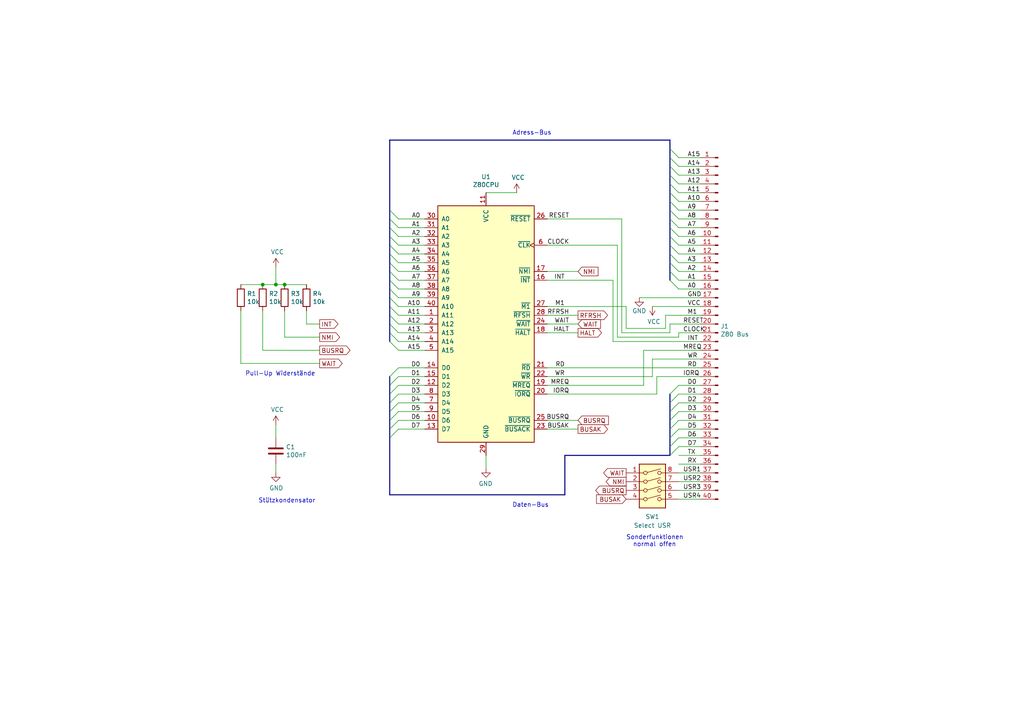
<source format=kicad_sch>
(kicad_sch
	(version 20231120)
	(generator "eeschema")
	(generator_version "8.0")
	(uuid "df7e5139-90fe-42dd-8140-531241fa4112")
	(paper "A4")
	(title_block
		(title "aZ80 CPU")
		(date "21.09.2021")
		(rev "1.1")
		(company "attraktor e.V. - Frank Hellmann")
	)
	(lib_symbols
		(symbol "CPU:Z80CPU"
			(pin_names
				(offset 1.016)
			)
			(exclude_from_sim no)
			(in_bom yes)
			(on_board yes)
			(property "Reference" "U"
				(at -13.97 35.56 0)
				(effects
					(font
						(size 1.27 1.27)
					)
					(justify left)
				)
			)
			(property "Value" "Z80CPU"
				(at 6.35 35.56 0)
				(effects
					(font
						(size 1.27 1.27)
					)
					(justify left)
				)
			)
			(property "Footprint" ""
				(at 0 10.16 0)
				(effects
					(font
						(size 1.27 1.27)
					)
					(hide yes)
				)
			)
			(property "Datasheet" "www.zilog.com/manage_directlink.php?filepath=docs/z80/um0080"
				(at 0 10.16 0)
				(effects
					(font
						(size 1.27 1.27)
					)
					(hide yes)
				)
			)
			(property "Description" "8-bit General Purpose Microprocessor, DIP-40"
				(at 0 0 0)
				(effects
					(font
						(size 1.27 1.27)
					)
					(hide yes)
				)
			)
			(property "ki_keywords" "Z80 CPU uP"
				(at 0 0 0)
				(effects
					(font
						(size 1.27 1.27)
					)
					(hide yes)
				)
			)
			(property "ki_fp_filters" "DIP* PDIP*"
				(at 0 0 0)
				(effects
					(font
						(size 1.27 1.27)
					)
					(hide yes)
				)
			)
			(symbol "Z80CPU_0_1"
				(rectangle
					(start -13.97 34.29)
					(end 13.97 -34.29)
					(stroke
						(width 0.254)
						(type default)
					)
					(fill
						(type background)
					)
				)
			)
			(symbol "Z80CPU_1_1"
				(pin output line
					(at 17.78 2.54 180)
					(length 3.81)
					(name "A11"
						(effects
							(font
								(size 1.27 1.27)
							)
						)
					)
					(number "1"
						(effects
							(font
								(size 1.27 1.27)
							)
						)
					)
				)
				(pin bidirectional line
					(at 17.78 -27.94 180)
					(length 3.81)
					(name "D6"
						(effects
							(font
								(size 1.27 1.27)
							)
						)
					)
					(number "10"
						(effects
							(font
								(size 1.27 1.27)
							)
						)
					)
				)
				(pin power_in line
					(at 0 38.1 270)
					(length 3.81)
					(name "VCC"
						(effects
							(font
								(size 1.27 1.27)
							)
						)
					)
					(number "11"
						(effects
							(font
								(size 1.27 1.27)
							)
						)
					)
				)
				(pin bidirectional line
					(at 17.78 -17.78 180)
					(length 3.81)
					(name "D2"
						(effects
							(font
								(size 1.27 1.27)
							)
						)
					)
					(number "12"
						(effects
							(font
								(size 1.27 1.27)
							)
						)
					)
				)
				(pin bidirectional line
					(at 17.78 -30.48 180)
					(length 3.81)
					(name "D7"
						(effects
							(font
								(size 1.27 1.27)
							)
						)
					)
					(number "13"
						(effects
							(font
								(size 1.27 1.27)
							)
						)
					)
				)
				(pin bidirectional line
					(at 17.78 -12.7 180)
					(length 3.81)
					(name "D0"
						(effects
							(font
								(size 1.27 1.27)
							)
						)
					)
					(number "14"
						(effects
							(font
								(size 1.27 1.27)
							)
						)
					)
				)
				(pin bidirectional line
					(at 17.78 -15.24 180)
					(length 3.81)
					(name "D1"
						(effects
							(font
								(size 1.27 1.27)
							)
						)
					)
					(number "15"
						(effects
							(font
								(size 1.27 1.27)
							)
						)
					)
				)
				(pin input line
					(at -17.78 12.7 0)
					(length 3.81)
					(name "~{INT}"
						(effects
							(font
								(size 1.27 1.27)
							)
						)
					)
					(number "16"
						(effects
							(font
								(size 1.27 1.27)
							)
						)
					)
				)
				(pin input line
					(at -17.78 15.24 0)
					(length 3.81)
					(name "~{NMI}"
						(effects
							(font
								(size 1.27 1.27)
							)
						)
					)
					(number "17"
						(effects
							(font
								(size 1.27 1.27)
							)
						)
					)
				)
				(pin output line
					(at -17.78 -2.54 0)
					(length 3.81)
					(name "~{HALT}"
						(effects
							(font
								(size 1.27 1.27)
							)
						)
					)
					(number "18"
						(effects
							(font
								(size 1.27 1.27)
							)
						)
					)
				)
				(pin output line
					(at -17.78 -17.78 0)
					(length 3.81)
					(name "~{MREQ}"
						(effects
							(font
								(size 1.27 1.27)
							)
						)
					)
					(number "19"
						(effects
							(font
								(size 1.27 1.27)
							)
						)
					)
				)
				(pin output line
					(at 17.78 0 180)
					(length 3.81)
					(name "A12"
						(effects
							(font
								(size 1.27 1.27)
							)
						)
					)
					(number "2"
						(effects
							(font
								(size 1.27 1.27)
							)
						)
					)
				)
				(pin output line
					(at -17.78 -20.32 0)
					(length 3.81)
					(name "~{IORQ}"
						(effects
							(font
								(size 1.27 1.27)
							)
						)
					)
					(number "20"
						(effects
							(font
								(size 1.27 1.27)
							)
						)
					)
				)
				(pin output line
					(at -17.78 -12.7 0)
					(length 3.81)
					(name "~{RD}"
						(effects
							(font
								(size 1.27 1.27)
							)
						)
					)
					(number "21"
						(effects
							(font
								(size 1.27 1.27)
							)
						)
					)
				)
				(pin output line
					(at -17.78 -15.24 0)
					(length 3.81)
					(name "~{WR}"
						(effects
							(font
								(size 1.27 1.27)
							)
						)
					)
					(number "22"
						(effects
							(font
								(size 1.27 1.27)
							)
						)
					)
				)
				(pin output line
					(at -17.78 -30.48 0)
					(length 3.81)
					(name "~{BUSACK}"
						(effects
							(font
								(size 1.27 1.27)
							)
						)
					)
					(number "23"
						(effects
							(font
								(size 1.27 1.27)
							)
						)
					)
				)
				(pin input line
					(at -17.78 0 0)
					(length 3.81)
					(name "~{WAIT}"
						(effects
							(font
								(size 1.27 1.27)
							)
						)
					)
					(number "24"
						(effects
							(font
								(size 1.27 1.27)
							)
						)
					)
				)
				(pin input line
					(at -17.78 -27.94 0)
					(length 3.81)
					(name "~{BUSRQ}"
						(effects
							(font
								(size 1.27 1.27)
							)
						)
					)
					(number "25"
						(effects
							(font
								(size 1.27 1.27)
							)
						)
					)
				)
				(pin input line
					(at -17.78 30.48 0)
					(length 3.81)
					(name "~{RESET}"
						(effects
							(font
								(size 1.27 1.27)
							)
						)
					)
					(number "26"
						(effects
							(font
								(size 1.27 1.27)
							)
						)
					)
				)
				(pin output line
					(at -17.78 5.08 0)
					(length 3.81)
					(name "~{M1}"
						(effects
							(font
								(size 1.27 1.27)
							)
						)
					)
					(number "27"
						(effects
							(font
								(size 1.27 1.27)
							)
						)
					)
				)
				(pin output line
					(at -17.78 2.54 0)
					(length 3.81)
					(name "~{RFSH}"
						(effects
							(font
								(size 1.27 1.27)
							)
						)
					)
					(number "28"
						(effects
							(font
								(size 1.27 1.27)
							)
						)
					)
				)
				(pin power_in line
					(at 0 -38.1 90)
					(length 3.81)
					(name "GND"
						(effects
							(font
								(size 1.27 1.27)
							)
						)
					)
					(number "29"
						(effects
							(font
								(size 1.27 1.27)
							)
						)
					)
				)
				(pin output line
					(at 17.78 -2.54 180)
					(length 3.81)
					(name "A13"
						(effects
							(font
								(size 1.27 1.27)
							)
						)
					)
					(number "3"
						(effects
							(font
								(size 1.27 1.27)
							)
						)
					)
				)
				(pin output line
					(at 17.78 30.48 180)
					(length 3.81)
					(name "A0"
						(effects
							(font
								(size 1.27 1.27)
							)
						)
					)
					(number "30"
						(effects
							(font
								(size 1.27 1.27)
							)
						)
					)
				)
				(pin output line
					(at 17.78 27.94 180)
					(length 3.81)
					(name "A1"
						(effects
							(font
								(size 1.27 1.27)
							)
						)
					)
					(number "31"
						(effects
							(font
								(size 1.27 1.27)
							)
						)
					)
				)
				(pin output line
					(at 17.78 25.4 180)
					(length 3.81)
					(name "A2"
						(effects
							(font
								(size 1.27 1.27)
							)
						)
					)
					(number "32"
						(effects
							(font
								(size 1.27 1.27)
							)
						)
					)
				)
				(pin output line
					(at 17.78 22.86 180)
					(length 3.81)
					(name "A3"
						(effects
							(font
								(size 1.27 1.27)
							)
						)
					)
					(number "33"
						(effects
							(font
								(size 1.27 1.27)
							)
						)
					)
				)
				(pin output line
					(at 17.78 20.32 180)
					(length 3.81)
					(name "A4"
						(effects
							(font
								(size 1.27 1.27)
							)
						)
					)
					(number "34"
						(effects
							(font
								(size 1.27 1.27)
							)
						)
					)
				)
				(pin output line
					(at 17.78 17.78 180)
					(length 3.81)
					(name "A5"
						(effects
							(font
								(size 1.27 1.27)
							)
						)
					)
					(number "35"
						(effects
							(font
								(size 1.27 1.27)
							)
						)
					)
				)
				(pin output line
					(at 17.78 15.24 180)
					(length 3.81)
					(name "A6"
						(effects
							(font
								(size 1.27 1.27)
							)
						)
					)
					(number "36"
						(effects
							(font
								(size 1.27 1.27)
							)
						)
					)
				)
				(pin output line
					(at 17.78 12.7 180)
					(length 3.81)
					(name "A7"
						(effects
							(font
								(size 1.27 1.27)
							)
						)
					)
					(number "37"
						(effects
							(font
								(size 1.27 1.27)
							)
						)
					)
				)
				(pin output line
					(at 17.78 10.16 180)
					(length 3.81)
					(name "A8"
						(effects
							(font
								(size 1.27 1.27)
							)
						)
					)
					(number "38"
						(effects
							(font
								(size 1.27 1.27)
							)
						)
					)
				)
				(pin output line
					(at 17.78 7.62 180)
					(length 3.81)
					(name "A9"
						(effects
							(font
								(size 1.27 1.27)
							)
						)
					)
					(number "39"
						(effects
							(font
								(size 1.27 1.27)
							)
						)
					)
				)
				(pin output line
					(at 17.78 -5.08 180)
					(length 3.81)
					(name "A14"
						(effects
							(font
								(size 1.27 1.27)
							)
						)
					)
					(number "4"
						(effects
							(font
								(size 1.27 1.27)
							)
						)
					)
				)
				(pin output line
					(at 17.78 5.08 180)
					(length 3.81)
					(name "A10"
						(effects
							(font
								(size 1.27 1.27)
							)
						)
					)
					(number "40"
						(effects
							(font
								(size 1.27 1.27)
							)
						)
					)
				)
				(pin output line
					(at 17.78 -7.62 180)
					(length 3.81)
					(name "A15"
						(effects
							(font
								(size 1.27 1.27)
							)
						)
					)
					(number "5"
						(effects
							(font
								(size 1.27 1.27)
							)
						)
					)
				)
				(pin input clock
					(at -17.78 22.86 0)
					(length 3.81)
					(name "~{CLK}"
						(effects
							(font
								(size 1.27 1.27)
							)
						)
					)
					(number "6"
						(effects
							(font
								(size 1.27 1.27)
							)
						)
					)
				)
				(pin bidirectional line
					(at 17.78 -22.86 180)
					(length 3.81)
					(name "D4"
						(effects
							(font
								(size 1.27 1.27)
							)
						)
					)
					(number "7"
						(effects
							(font
								(size 1.27 1.27)
							)
						)
					)
				)
				(pin bidirectional line
					(at 17.78 -20.32 180)
					(length 3.81)
					(name "D3"
						(effects
							(font
								(size 1.27 1.27)
							)
						)
					)
					(number "8"
						(effects
							(font
								(size 1.27 1.27)
							)
						)
					)
				)
				(pin bidirectional line
					(at 17.78 -25.4 180)
					(length 3.81)
					(name "D5"
						(effects
							(font
								(size 1.27 1.27)
							)
						)
					)
					(number "9"
						(effects
							(font
								(size 1.27 1.27)
							)
						)
					)
				)
			)
		)
		(symbol "Device:C"
			(pin_numbers hide)
			(pin_names
				(offset 0.254)
			)
			(exclude_from_sim no)
			(in_bom yes)
			(on_board yes)
			(property "Reference" "C"
				(at 0.635 2.54 0)
				(effects
					(font
						(size 1.27 1.27)
					)
					(justify left)
				)
			)
			(property "Value" "C"
				(at 0.635 -2.54 0)
				(effects
					(font
						(size 1.27 1.27)
					)
					(justify left)
				)
			)
			(property "Footprint" ""
				(at 0.9652 -3.81 0)
				(effects
					(font
						(size 1.27 1.27)
					)
					(hide yes)
				)
			)
			(property "Datasheet" "~"
				(at 0 0 0)
				(effects
					(font
						(size 1.27 1.27)
					)
					(hide yes)
				)
			)
			(property "Description" "Unpolarized capacitor"
				(at 0 0 0)
				(effects
					(font
						(size 1.27 1.27)
					)
					(hide yes)
				)
			)
			(property "ki_keywords" "cap capacitor"
				(at 0 0 0)
				(effects
					(font
						(size 1.27 1.27)
					)
					(hide yes)
				)
			)
			(property "ki_fp_filters" "C_*"
				(at 0 0 0)
				(effects
					(font
						(size 1.27 1.27)
					)
					(hide yes)
				)
			)
			(symbol "C_0_1"
				(polyline
					(pts
						(xy -2.032 -0.762) (xy 2.032 -0.762)
					)
					(stroke
						(width 0.508)
						(type default)
					)
					(fill
						(type none)
					)
				)
				(polyline
					(pts
						(xy -2.032 0.762) (xy 2.032 0.762)
					)
					(stroke
						(width 0.508)
						(type default)
					)
					(fill
						(type none)
					)
				)
			)
			(symbol "C_1_1"
				(pin passive line
					(at 0 3.81 270)
					(length 2.794)
					(name "~"
						(effects
							(font
								(size 1.27 1.27)
							)
						)
					)
					(number "1"
						(effects
							(font
								(size 1.27 1.27)
							)
						)
					)
				)
				(pin passive line
					(at 0 -3.81 90)
					(length 2.794)
					(name "~"
						(effects
							(font
								(size 1.27 1.27)
							)
						)
					)
					(number "2"
						(effects
							(font
								(size 1.27 1.27)
							)
						)
					)
				)
			)
		)
		(symbol "Device:R"
			(pin_numbers hide)
			(pin_names
				(offset 0)
			)
			(exclude_from_sim no)
			(in_bom yes)
			(on_board yes)
			(property "Reference" "R"
				(at 2.032 0 90)
				(effects
					(font
						(size 1.27 1.27)
					)
				)
			)
			(property "Value" "R"
				(at 0 0 90)
				(effects
					(font
						(size 1.27 1.27)
					)
				)
			)
			(property "Footprint" ""
				(at -1.778 0 90)
				(effects
					(font
						(size 1.27 1.27)
					)
					(hide yes)
				)
			)
			(property "Datasheet" "~"
				(at 0 0 0)
				(effects
					(font
						(size 1.27 1.27)
					)
					(hide yes)
				)
			)
			(property "Description" "Resistor"
				(at 0 0 0)
				(effects
					(font
						(size 1.27 1.27)
					)
					(hide yes)
				)
			)
			(property "ki_keywords" "R res resistor"
				(at 0 0 0)
				(effects
					(font
						(size 1.27 1.27)
					)
					(hide yes)
				)
			)
			(property "ki_fp_filters" "R_*"
				(at 0 0 0)
				(effects
					(font
						(size 1.27 1.27)
					)
					(hide yes)
				)
			)
			(symbol "R_0_1"
				(rectangle
					(start -1.016 -2.54)
					(end 1.016 2.54)
					(stroke
						(width 0.254)
						(type default)
					)
					(fill
						(type none)
					)
				)
			)
			(symbol "R_1_1"
				(pin passive line
					(at 0 3.81 270)
					(length 1.27)
					(name "~"
						(effects
							(font
								(size 1.27 1.27)
							)
						)
					)
					(number "1"
						(effects
							(font
								(size 1.27 1.27)
							)
						)
					)
				)
				(pin passive line
					(at 0 -3.81 90)
					(length 1.27)
					(name "~"
						(effects
							(font
								(size 1.27 1.27)
							)
						)
					)
					(number "2"
						(effects
							(font
								(size 1.27 1.27)
							)
						)
					)
				)
			)
		)
		(symbol "Switch:SW_DIP_x04"
			(pin_names
				(offset 0) hide)
			(exclude_from_sim no)
			(in_bom yes)
			(on_board yes)
			(property "Reference" "SW"
				(at 0 8.89 0)
				(effects
					(font
						(size 1.27 1.27)
					)
				)
			)
			(property "Value" "SW_DIP_x04"
				(at 0 -6.35 0)
				(effects
					(font
						(size 1.27 1.27)
					)
				)
			)
			(property "Footprint" ""
				(at 0 0 0)
				(effects
					(font
						(size 1.27 1.27)
					)
					(hide yes)
				)
			)
			(property "Datasheet" "~"
				(at 0 0 0)
				(effects
					(font
						(size 1.27 1.27)
					)
					(hide yes)
				)
			)
			(property "Description" "4x DIP Switch, Single Pole Single Throw (SPST) switch, small symbol"
				(at 0 0 0)
				(effects
					(font
						(size 1.27 1.27)
					)
					(hide yes)
				)
			)
			(property "ki_keywords" "dip switch"
				(at 0 0 0)
				(effects
					(font
						(size 1.27 1.27)
					)
					(hide yes)
				)
			)
			(property "ki_fp_filters" "SW?DIP?x4*"
				(at 0 0 0)
				(effects
					(font
						(size 1.27 1.27)
					)
					(hide yes)
				)
			)
			(symbol "SW_DIP_x04_0_0"
				(circle
					(center -2.032 -2.54)
					(radius 0.508)
					(stroke
						(width 0)
						(type default)
					)
					(fill
						(type none)
					)
				)
				(circle
					(center -2.032 0)
					(radius 0.508)
					(stroke
						(width 0)
						(type default)
					)
					(fill
						(type none)
					)
				)
				(circle
					(center -2.032 2.54)
					(radius 0.508)
					(stroke
						(width 0)
						(type default)
					)
					(fill
						(type none)
					)
				)
				(circle
					(center -2.032 5.08)
					(radius 0.508)
					(stroke
						(width 0)
						(type default)
					)
					(fill
						(type none)
					)
				)
				(polyline
					(pts
						(xy -1.524 -2.3876) (xy 2.3622 -1.3462)
					)
					(stroke
						(width 0)
						(type default)
					)
					(fill
						(type none)
					)
				)
				(polyline
					(pts
						(xy -1.524 0.127) (xy 2.3622 1.1684)
					)
					(stroke
						(width 0)
						(type default)
					)
					(fill
						(type none)
					)
				)
				(polyline
					(pts
						(xy -1.524 2.667) (xy 2.3622 3.7084)
					)
					(stroke
						(width 0)
						(type default)
					)
					(fill
						(type none)
					)
				)
				(polyline
					(pts
						(xy -1.524 5.207) (xy 2.3622 6.2484)
					)
					(stroke
						(width 0)
						(type default)
					)
					(fill
						(type none)
					)
				)
				(circle
					(center 2.032 -2.54)
					(radius 0.508)
					(stroke
						(width 0)
						(type default)
					)
					(fill
						(type none)
					)
				)
				(circle
					(center 2.032 0)
					(radius 0.508)
					(stroke
						(width 0)
						(type default)
					)
					(fill
						(type none)
					)
				)
				(circle
					(center 2.032 2.54)
					(radius 0.508)
					(stroke
						(width 0)
						(type default)
					)
					(fill
						(type none)
					)
				)
				(circle
					(center 2.032 5.08)
					(radius 0.508)
					(stroke
						(width 0)
						(type default)
					)
					(fill
						(type none)
					)
				)
			)
			(symbol "SW_DIP_x04_0_1"
				(rectangle
					(start -3.81 7.62)
					(end 3.81 -5.08)
					(stroke
						(width 0.254)
						(type default)
					)
					(fill
						(type background)
					)
				)
			)
			(symbol "SW_DIP_x04_1_1"
				(pin passive line
					(at -7.62 5.08 0)
					(length 5.08)
					(name "~"
						(effects
							(font
								(size 1.27 1.27)
							)
						)
					)
					(number "1"
						(effects
							(font
								(size 1.27 1.27)
							)
						)
					)
				)
				(pin passive line
					(at -7.62 2.54 0)
					(length 5.08)
					(name "~"
						(effects
							(font
								(size 1.27 1.27)
							)
						)
					)
					(number "2"
						(effects
							(font
								(size 1.27 1.27)
							)
						)
					)
				)
				(pin passive line
					(at -7.62 0 0)
					(length 5.08)
					(name "~"
						(effects
							(font
								(size 1.27 1.27)
							)
						)
					)
					(number "3"
						(effects
							(font
								(size 1.27 1.27)
							)
						)
					)
				)
				(pin passive line
					(at -7.62 -2.54 0)
					(length 5.08)
					(name "~"
						(effects
							(font
								(size 1.27 1.27)
							)
						)
					)
					(number "4"
						(effects
							(font
								(size 1.27 1.27)
							)
						)
					)
				)
				(pin passive line
					(at 7.62 -2.54 180)
					(length 5.08)
					(name "~"
						(effects
							(font
								(size 1.27 1.27)
							)
						)
					)
					(number "5"
						(effects
							(font
								(size 1.27 1.27)
							)
						)
					)
				)
				(pin passive line
					(at 7.62 0 180)
					(length 5.08)
					(name "~"
						(effects
							(font
								(size 1.27 1.27)
							)
						)
					)
					(number "6"
						(effects
							(font
								(size 1.27 1.27)
							)
						)
					)
				)
				(pin passive line
					(at 7.62 2.54 180)
					(length 5.08)
					(name "~"
						(effects
							(font
								(size 1.27 1.27)
							)
						)
					)
					(number "7"
						(effects
							(font
								(size 1.27 1.27)
							)
						)
					)
				)
				(pin passive line
					(at 7.62 5.08 180)
					(length 5.08)
					(name "~"
						(effects
							(font
								(size 1.27 1.27)
							)
						)
					)
					(number "8"
						(effects
							(font
								(size 1.27 1.27)
							)
						)
					)
				)
			)
		)
		(symbol "aZ80_CPU-rescue:Conn_01x40_Male-Connector"
			(pin_names
				(offset 1.016) hide)
			(exclude_from_sim no)
			(in_bom yes)
			(on_board yes)
			(property "Reference" "J"
				(at 0 50.8 0)
				(effects
					(font
						(size 1.27 1.27)
					)
				)
			)
			(property "Value" "Connector_Conn_01x40_Male"
				(at 0 -53.34 0)
				(effects
					(font
						(size 1.27 1.27)
					)
				)
			)
			(property "Footprint" ""
				(at 0 0 0)
				(effects
					(font
						(size 1.27 1.27)
					)
					(hide yes)
				)
			)
			(property "Datasheet" ""
				(at 0 0 0)
				(effects
					(font
						(size 1.27 1.27)
					)
					(hide yes)
				)
			)
			(property "Description" ""
				(at 0 0 0)
				(effects
					(font
						(size 1.27 1.27)
					)
					(hide yes)
				)
			)
			(property "ki_fp_filters" "Connector*:*_1x??_*"
				(at 0 0 0)
				(effects
					(font
						(size 1.27 1.27)
					)
					(hide yes)
				)
			)
			(symbol "Conn_01x40_Male-Connector_1_1"
				(polyline
					(pts
						(xy 1.27 -50.8) (xy 0.8636 -50.8)
					)
					(stroke
						(width 0.1524)
						(type solid)
					)
					(fill
						(type none)
					)
				)
				(polyline
					(pts
						(xy 1.27 -48.26) (xy 0.8636 -48.26)
					)
					(stroke
						(width 0.1524)
						(type solid)
					)
					(fill
						(type none)
					)
				)
				(polyline
					(pts
						(xy 1.27 -45.72) (xy 0.8636 -45.72)
					)
					(stroke
						(width 0.1524)
						(type solid)
					)
					(fill
						(type none)
					)
				)
				(polyline
					(pts
						(xy 1.27 -43.18) (xy 0.8636 -43.18)
					)
					(stroke
						(width 0.1524)
						(type solid)
					)
					(fill
						(type none)
					)
				)
				(polyline
					(pts
						(xy 1.27 -40.64) (xy 0.8636 -40.64)
					)
					(stroke
						(width 0.1524)
						(type solid)
					)
					(fill
						(type none)
					)
				)
				(polyline
					(pts
						(xy 1.27 -38.1) (xy 0.8636 -38.1)
					)
					(stroke
						(width 0.1524)
						(type solid)
					)
					(fill
						(type none)
					)
				)
				(polyline
					(pts
						(xy 1.27 -35.56) (xy 0.8636 -35.56)
					)
					(stroke
						(width 0.1524)
						(type solid)
					)
					(fill
						(type none)
					)
				)
				(polyline
					(pts
						(xy 1.27 -33.02) (xy 0.8636 -33.02)
					)
					(stroke
						(width 0.1524)
						(type solid)
					)
					(fill
						(type none)
					)
				)
				(polyline
					(pts
						(xy 1.27 -30.48) (xy 0.8636 -30.48)
					)
					(stroke
						(width 0.1524)
						(type solid)
					)
					(fill
						(type none)
					)
				)
				(polyline
					(pts
						(xy 1.27 -27.94) (xy 0.8636 -27.94)
					)
					(stroke
						(width 0.1524)
						(type solid)
					)
					(fill
						(type none)
					)
				)
				(polyline
					(pts
						(xy 1.27 -25.4) (xy 0.8636 -25.4)
					)
					(stroke
						(width 0.1524)
						(type solid)
					)
					(fill
						(type none)
					)
				)
				(polyline
					(pts
						(xy 1.27 -22.86) (xy 0.8636 -22.86)
					)
					(stroke
						(width 0.1524)
						(type solid)
					)
					(fill
						(type none)
					)
				)
				(polyline
					(pts
						(xy 1.27 -20.32) (xy 0.8636 -20.32)
					)
					(stroke
						(width 0.1524)
						(type solid)
					)
					(fill
						(type none)
					)
				)
				(polyline
					(pts
						(xy 1.27 -17.78) (xy 0.8636 -17.78)
					)
					(stroke
						(width 0.1524)
						(type solid)
					)
					(fill
						(type none)
					)
				)
				(polyline
					(pts
						(xy 1.27 -15.24) (xy 0.8636 -15.24)
					)
					(stroke
						(width 0.1524)
						(type solid)
					)
					(fill
						(type none)
					)
				)
				(polyline
					(pts
						(xy 1.27 -12.7) (xy 0.8636 -12.7)
					)
					(stroke
						(width 0.1524)
						(type solid)
					)
					(fill
						(type none)
					)
				)
				(polyline
					(pts
						(xy 1.27 -10.16) (xy 0.8636 -10.16)
					)
					(stroke
						(width 0.1524)
						(type solid)
					)
					(fill
						(type none)
					)
				)
				(polyline
					(pts
						(xy 1.27 -7.62) (xy 0.8636 -7.62)
					)
					(stroke
						(width 0.1524)
						(type solid)
					)
					(fill
						(type none)
					)
				)
				(polyline
					(pts
						(xy 1.27 -5.08) (xy 0.8636 -5.08)
					)
					(stroke
						(width 0.1524)
						(type solid)
					)
					(fill
						(type none)
					)
				)
				(polyline
					(pts
						(xy 1.27 -2.54) (xy 0.8636 -2.54)
					)
					(stroke
						(width 0.1524)
						(type solid)
					)
					(fill
						(type none)
					)
				)
				(polyline
					(pts
						(xy 1.27 0) (xy 0.8636 0)
					)
					(stroke
						(width 0.1524)
						(type solid)
					)
					(fill
						(type none)
					)
				)
				(polyline
					(pts
						(xy 1.27 2.54) (xy 0.8636 2.54)
					)
					(stroke
						(width 0.1524)
						(type solid)
					)
					(fill
						(type none)
					)
				)
				(polyline
					(pts
						(xy 1.27 5.08) (xy 0.8636 5.08)
					)
					(stroke
						(width 0.1524)
						(type solid)
					)
					(fill
						(type none)
					)
				)
				(polyline
					(pts
						(xy 1.27 7.62) (xy 0.8636 7.62)
					)
					(stroke
						(width 0.1524)
						(type solid)
					)
					(fill
						(type none)
					)
				)
				(polyline
					(pts
						(xy 1.27 10.16) (xy 0.8636 10.16)
					)
					(stroke
						(width 0.1524)
						(type solid)
					)
					(fill
						(type none)
					)
				)
				(polyline
					(pts
						(xy 1.27 12.7) (xy 0.8636 12.7)
					)
					(stroke
						(width 0.1524)
						(type solid)
					)
					(fill
						(type none)
					)
				)
				(polyline
					(pts
						(xy 1.27 15.24) (xy 0.8636 15.24)
					)
					(stroke
						(width 0.1524)
						(type solid)
					)
					(fill
						(type none)
					)
				)
				(polyline
					(pts
						(xy 1.27 17.78) (xy 0.8636 17.78)
					)
					(stroke
						(width 0.1524)
						(type solid)
					)
					(fill
						(type none)
					)
				)
				(polyline
					(pts
						(xy 1.27 20.32) (xy 0.8636 20.32)
					)
					(stroke
						(width 0.1524)
						(type solid)
					)
					(fill
						(type none)
					)
				)
				(polyline
					(pts
						(xy 1.27 22.86) (xy 0.8636 22.86)
					)
					(stroke
						(width 0.1524)
						(type solid)
					)
					(fill
						(type none)
					)
				)
				(polyline
					(pts
						(xy 1.27 25.4) (xy 0.8636 25.4)
					)
					(stroke
						(width 0.1524)
						(type solid)
					)
					(fill
						(type none)
					)
				)
				(polyline
					(pts
						(xy 1.27 27.94) (xy 0.8636 27.94)
					)
					(stroke
						(width 0.1524)
						(type solid)
					)
					(fill
						(type none)
					)
				)
				(polyline
					(pts
						(xy 1.27 30.48) (xy 0.8636 30.48)
					)
					(stroke
						(width 0.1524)
						(type solid)
					)
					(fill
						(type none)
					)
				)
				(polyline
					(pts
						(xy 1.27 33.02) (xy 0.8636 33.02)
					)
					(stroke
						(width 0.1524)
						(type solid)
					)
					(fill
						(type none)
					)
				)
				(polyline
					(pts
						(xy 1.27 35.56) (xy 0.8636 35.56)
					)
					(stroke
						(width 0.1524)
						(type solid)
					)
					(fill
						(type none)
					)
				)
				(polyline
					(pts
						(xy 1.27 38.1) (xy 0.8636 38.1)
					)
					(stroke
						(width 0.1524)
						(type solid)
					)
					(fill
						(type none)
					)
				)
				(polyline
					(pts
						(xy 1.27 40.64) (xy 0.8636 40.64)
					)
					(stroke
						(width 0.1524)
						(type solid)
					)
					(fill
						(type none)
					)
				)
				(polyline
					(pts
						(xy 1.27 43.18) (xy 0.8636 43.18)
					)
					(stroke
						(width 0.1524)
						(type solid)
					)
					(fill
						(type none)
					)
				)
				(polyline
					(pts
						(xy 1.27 45.72) (xy 0.8636 45.72)
					)
					(stroke
						(width 0.1524)
						(type solid)
					)
					(fill
						(type none)
					)
				)
				(polyline
					(pts
						(xy 1.27 48.26) (xy 0.8636 48.26)
					)
					(stroke
						(width 0.1524)
						(type solid)
					)
					(fill
						(type none)
					)
				)
				(rectangle
					(start 0.8636 -50.673)
					(end 0 -50.927)
					(stroke
						(width 0.1524)
						(type solid)
					)
					(fill
						(type outline)
					)
				)
				(rectangle
					(start 0.8636 -48.133)
					(end 0 -48.387)
					(stroke
						(width 0.1524)
						(type solid)
					)
					(fill
						(type outline)
					)
				)
				(rectangle
					(start 0.8636 -45.593)
					(end 0 -45.847)
					(stroke
						(width 0.1524)
						(type solid)
					)
					(fill
						(type outline)
					)
				)
				(rectangle
					(start 0.8636 -43.053)
					(end 0 -43.307)
					(stroke
						(width 0.1524)
						(type solid)
					)
					(fill
						(type outline)
					)
				)
				(rectangle
					(start 0.8636 -40.513)
					(end 0 -40.767)
					(stroke
						(width 0.1524)
						(type solid)
					)
					(fill
						(type outline)
					)
				)
				(rectangle
					(start 0.8636 -37.973)
					(end 0 -38.227)
					(stroke
						(width 0.1524)
						(type solid)
					)
					(fill
						(type outline)
					)
				)
				(rectangle
					(start 0.8636 -35.433)
					(end 0 -35.687)
					(stroke
						(width 0.1524)
						(type solid)
					)
					(fill
						(type outline)
					)
				)
				(rectangle
					(start 0.8636 -32.893)
					(end 0 -33.147)
					(stroke
						(width 0.1524)
						(type solid)
					)
					(fill
						(type outline)
					)
				)
				(rectangle
					(start 0.8636 -30.353)
					(end 0 -30.607)
					(stroke
						(width 0.1524)
						(type solid)
					)
					(fill
						(type outline)
					)
				)
				(rectangle
					(start 0.8636 -27.813)
					(end 0 -28.067)
					(stroke
						(width 0.1524)
						(type solid)
					)
					(fill
						(type outline)
					)
				)
				(rectangle
					(start 0.8636 -25.273)
					(end 0 -25.527)
					(stroke
						(width 0.1524)
						(type solid)
					)
					(fill
						(type outline)
					)
				)
				(rectangle
					(start 0.8636 -22.733)
					(end 0 -22.987)
					(stroke
						(width 0.1524)
						(type solid)
					)
					(fill
						(type outline)
					)
				)
				(rectangle
					(start 0.8636 -20.193)
					(end 0 -20.447)
					(stroke
						(width 0.1524)
						(type solid)
					)
					(fill
						(type outline)
					)
				)
				(rectangle
					(start 0.8636 -17.653)
					(end 0 -17.907)
					(stroke
						(width 0.1524)
						(type solid)
					)
					(fill
						(type outline)
					)
				)
				(rectangle
					(start 0.8636 -15.113)
					(end 0 -15.367)
					(stroke
						(width 0.1524)
						(type solid)
					)
					(fill
						(type outline)
					)
				)
				(rectangle
					(start 0.8636 -12.573)
					(end 0 -12.827)
					(stroke
						(width 0.1524)
						(type solid)
					)
					(fill
						(type outline)
					)
				)
				(rectangle
					(start 0.8636 -10.033)
					(end 0 -10.287)
					(stroke
						(width 0.1524)
						(type solid)
					)
					(fill
						(type outline)
					)
				)
				(rectangle
					(start 0.8636 -7.493)
					(end 0 -7.747)
					(stroke
						(width 0.1524)
						(type solid)
					)
					(fill
						(type outline)
					)
				)
				(rectangle
					(start 0.8636 -4.953)
					(end 0 -5.207)
					(stroke
						(width 0.1524)
						(type solid)
					)
					(fill
						(type outline)
					)
				)
				(rectangle
					(start 0.8636 -2.413)
					(end 0 -2.667)
					(stroke
						(width 0.1524)
						(type solid)
					)
					(fill
						(type outline)
					)
				)
				(rectangle
					(start 0.8636 0.127)
					(end 0 -0.127)
					(stroke
						(width 0.1524)
						(type solid)
					)
					(fill
						(type outline)
					)
				)
				(rectangle
					(start 0.8636 2.667)
					(end 0 2.413)
					(stroke
						(width 0.1524)
						(type solid)
					)
					(fill
						(type outline)
					)
				)
				(rectangle
					(start 0.8636 5.207)
					(end 0 4.953)
					(stroke
						(width 0.1524)
						(type solid)
					)
					(fill
						(type outline)
					)
				)
				(rectangle
					(start 0.8636 7.747)
					(end 0 7.493)
					(stroke
						(width 0.1524)
						(type solid)
					)
					(fill
						(type outline)
					)
				)
				(rectangle
					(start 0.8636 10.287)
					(end 0 10.033)
					(stroke
						(width 0.1524)
						(type solid)
					)
					(fill
						(type outline)
					)
				)
				(rectangle
					(start 0.8636 12.827)
					(end 0 12.573)
					(stroke
						(width 0.1524)
						(type solid)
					)
					(fill
						(type outline)
					)
				)
				(rectangle
					(start 0.8636 15.367)
					(end 0 15.113)
					(stroke
						(width 0.1524)
						(type solid)
					)
					(fill
						(type outline)
					)
				)
				(rectangle
					(start 0.8636 17.907)
					(end 0 17.653)
					(stroke
						(width 0.1524)
						(type solid)
					)
					(fill
						(type outline)
					)
				)
				(rectangle
					(start 0.8636 20.447)
					(end 0 20.193)
					(stroke
						(width 0.1524)
						(type solid)
					)
					(fill
						(type outline)
					)
				)
				(rectangle
					(start 0.8636 22.987)
					(end 0 22.733)
					(stroke
						(width 0.1524)
						(type solid)
					)
					(fill
						(type outline)
					)
				)
				(rectangle
					(start 0.8636 25.527)
					(end 0 25.273)
					(stroke
						(width 0.1524)
						(type solid)
					)
					(fill
						(type outline)
					)
				)
				(rectangle
					(start 0.8636 28.067)
					(end 0 27.813)
					(stroke
						(width 0.1524)
						(type solid)
					)
					(fill
						(type outline)
					)
				)
				(rectangle
					(start 0.8636 30.607)
					(end 0 30.353)
					(stroke
						(width 0.1524)
						(type solid)
					)
					(fill
						(type outline)
					)
				)
				(rectangle
					(start 0.8636 33.147)
					(end 0 32.893)
					(stroke
						(width 0.1524)
						(type solid)
					)
					(fill
						(type outline)
					)
				)
				(rectangle
					(start 0.8636 35.687)
					(end 0 35.433)
					(stroke
						(width 0.1524)
						(type solid)
					)
					(fill
						(type outline)
					)
				)
				(rectangle
					(start 0.8636 38.227)
					(end 0 37.973)
					(stroke
						(width 0.1524)
						(type solid)
					)
					(fill
						(type outline)
					)
				)
				(rectangle
					(start 0.8636 40.767)
					(end 0 40.513)
					(stroke
						(width 0.1524)
						(type solid)
					)
					(fill
						(type outline)
					)
				)
				(rectangle
					(start 0.8636 43.307)
					(end 0 43.053)
					(stroke
						(width 0.1524)
						(type solid)
					)
					(fill
						(type outline)
					)
				)
				(rectangle
					(start 0.8636 45.847)
					(end 0 45.593)
					(stroke
						(width 0.1524)
						(type solid)
					)
					(fill
						(type outline)
					)
				)
				(rectangle
					(start 0.8636 48.387)
					(end 0 48.133)
					(stroke
						(width 0.1524)
						(type solid)
					)
					(fill
						(type outline)
					)
				)
				(pin passive line
					(at 5.08 48.26 180)
					(length 3.81)
					(name "Pin_1"
						(effects
							(font
								(size 1.27 1.27)
							)
						)
					)
					(number "1"
						(effects
							(font
								(size 1.27 1.27)
							)
						)
					)
				)
				(pin passive line
					(at 5.08 25.4 180)
					(length 3.81)
					(name "Pin_10"
						(effects
							(font
								(size 1.27 1.27)
							)
						)
					)
					(number "10"
						(effects
							(font
								(size 1.27 1.27)
							)
						)
					)
				)
				(pin passive line
					(at 5.08 22.86 180)
					(length 3.81)
					(name "Pin_11"
						(effects
							(font
								(size 1.27 1.27)
							)
						)
					)
					(number "11"
						(effects
							(font
								(size 1.27 1.27)
							)
						)
					)
				)
				(pin passive line
					(at 5.08 20.32 180)
					(length 3.81)
					(name "Pin_12"
						(effects
							(font
								(size 1.27 1.27)
							)
						)
					)
					(number "12"
						(effects
							(font
								(size 1.27 1.27)
							)
						)
					)
				)
				(pin passive line
					(at 5.08 17.78 180)
					(length 3.81)
					(name "Pin_13"
						(effects
							(font
								(size 1.27 1.27)
							)
						)
					)
					(number "13"
						(effects
							(font
								(size 1.27 1.27)
							)
						)
					)
				)
				(pin passive line
					(at 5.08 15.24 180)
					(length 3.81)
					(name "Pin_14"
						(effects
							(font
								(size 1.27 1.27)
							)
						)
					)
					(number "14"
						(effects
							(font
								(size 1.27 1.27)
							)
						)
					)
				)
				(pin passive line
					(at 5.08 12.7 180)
					(length 3.81)
					(name "Pin_15"
						(effects
							(font
								(size 1.27 1.27)
							)
						)
					)
					(number "15"
						(effects
							(font
								(size 1.27 1.27)
							)
						)
					)
				)
				(pin passive line
					(at 5.08 10.16 180)
					(length 3.81)
					(name "Pin_16"
						(effects
							(font
								(size 1.27 1.27)
							)
						)
					)
					(number "16"
						(effects
							(font
								(size 1.27 1.27)
							)
						)
					)
				)
				(pin passive line
					(at 5.08 7.62 180)
					(length 3.81)
					(name "Pin_17"
						(effects
							(font
								(size 1.27 1.27)
							)
						)
					)
					(number "17"
						(effects
							(font
								(size 1.27 1.27)
							)
						)
					)
				)
				(pin passive line
					(at 5.08 5.08 180)
					(length 3.81)
					(name "Pin_18"
						(effects
							(font
								(size 1.27 1.27)
							)
						)
					)
					(number "18"
						(effects
							(font
								(size 1.27 1.27)
							)
						)
					)
				)
				(pin passive line
					(at 5.08 2.54 180)
					(length 3.81)
					(name "Pin_19"
						(effects
							(font
								(size 1.27 1.27)
							)
						)
					)
					(number "19"
						(effects
							(font
								(size 1.27 1.27)
							)
						)
					)
				)
				(pin passive line
					(at 5.08 45.72 180)
					(length 3.81)
					(name "Pin_2"
						(effects
							(font
								(size 1.27 1.27)
							)
						)
					)
					(number "2"
						(effects
							(font
								(size 1.27 1.27)
							)
						)
					)
				)
				(pin passive line
					(at 5.08 0 180)
					(length 3.81)
					(name "Pin_20"
						(effects
							(font
								(size 1.27 1.27)
							)
						)
					)
					(number "20"
						(effects
							(font
								(size 1.27 1.27)
							)
						)
					)
				)
				(pin passive line
					(at 5.08 -2.54 180)
					(length 3.81)
					(name "Pin_21"
						(effects
							(font
								(size 1.27 1.27)
							)
						)
					)
					(number "21"
						(effects
							(font
								(size 1.27 1.27)
							)
						)
					)
				)
				(pin passive line
					(at 5.08 -5.08 180)
					(length 3.81)
					(name "Pin_22"
						(effects
							(font
								(size 1.27 1.27)
							)
						)
					)
					(number "22"
						(effects
							(font
								(size 1.27 1.27)
							)
						)
					)
				)
				(pin passive line
					(at 5.08 -7.62 180)
					(length 3.81)
					(name "Pin_23"
						(effects
							(font
								(size 1.27 1.27)
							)
						)
					)
					(number "23"
						(effects
							(font
								(size 1.27 1.27)
							)
						)
					)
				)
				(pin passive line
					(at 5.08 -10.16 180)
					(length 3.81)
					(name "Pin_24"
						(effects
							(font
								(size 1.27 1.27)
							)
						)
					)
					(number "24"
						(effects
							(font
								(size 1.27 1.27)
							)
						)
					)
				)
				(pin passive line
					(at 5.08 -12.7 180)
					(length 3.81)
					(name "Pin_25"
						(effects
							(font
								(size 1.27 1.27)
							)
						)
					)
					(number "25"
						(effects
							(font
								(size 1.27 1.27)
							)
						)
					)
				)
				(pin passive line
					(at 5.08 -15.24 180)
					(length 3.81)
					(name "Pin_26"
						(effects
							(font
								(size 1.27 1.27)
							)
						)
					)
					(number "26"
						(effects
							(font
								(size 1.27 1.27)
							)
						)
					)
				)
				(pin passive line
					(at 5.08 -17.78 180)
					(length 3.81)
					(name "Pin_27"
						(effects
							(font
								(size 1.27 1.27)
							)
						)
					)
					(number "27"
						(effects
							(font
								(size 1.27 1.27)
							)
						)
					)
				)
				(pin passive line
					(at 5.08 -20.32 180)
					(length 3.81)
					(name "Pin_28"
						(effects
							(font
								(size 1.27 1.27)
							)
						)
					)
					(number "28"
						(effects
							(font
								(size 1.27 1.27)
							)
						)
					)
				)
				(pin passive line
					(at 5.08 -22.86 180)
					(length 3.81)
					(name "Pin_29"
						(effects
							(font
								(size 1.27 1.27)
							)
						)
					)
					(number "29"
						(effects
							(font
								(size 1.27 1.27)
							)
						)
					)
				)
				(pin passive line
					(at 5.08 43.18 180)
					(length 3.81)
					(name "Pin_3"
						(effects
							(font
								(size 1.27 1.27)
							)
						)
					)
					(number "3"
						(effects
							(font
								(size 1.27 1.27)
							)
						)
					)
				)
				(pin passive line
					(at 5.08 -25.4 180)
					(length 3.81)
					(name "Pin_30"
						(effects
							(font
								(size 1.27 1.27)
							)
						)
					)
					(number "30"
						(effects
							(font
								(size 1.27 1.27)
							)
						)
					)
				)
				(pin passive line
					(at 5.08 -27.94 180)
					(length 3.81)
					(name "Pin_31"
						(effects
							(font
								(size 1.27 1.27)
							)
						)
					)
					(number "31"
						(effects
							(font
								(size 1.27 1.27)
							)
						)
					)
				)
				(pin passive line
					(at 5.08 -30.48 180)
					(length 3.81)
					(name "Pin_32"
						(effects
							(font
								(size 1.27 1.27)
							)
						)
					)
					(number "32"
						(effects
							(font
								(size 1.27 1.27)
							)
						)
					)
				)
				(pin passive line
					(at 5.08 -33.02 180)
					(length 3.81)
					(name "Pin_33"
						(effects
							(font
								(size 1.27 1.27)
							)
						)
					)
					(number "33"
						(effects
							(font
								(size 1.27 1.27)
							)
						)
					)
				)
				(pin passive line
					(at 5.08 -35.56 180)
					(length 3.81)
					(name "Pin_34"
						(effects
							(font
								(size 1.27 1.27)
							)
						)
					)
					(number "34"
						(effects
							(font
								(size 1.27 1.27)
							)
						)
					)
				)
				(pin passive line
					(at 5.08 -38.1 180)
					(length 3.81)
					(name "Pin_35"
						(effects
							(font
								(size 1.27 1.27)
							)
						)
					)
					(number "35"
						(effects
							(font
								(size 1.27 1.27)
							)
						)
					)
				)
				(pin passive line
					(at 5.08 -40.64 180)
					(length 3.81)
					(name "Pin_36"
						(effects
							(font
								(size 1.27 1.27)
							)
						)
					)
					(number "36"
						(effects
							(font
								(size 1.27 1.27)
							)
						)
					)
				)
				(pin passive line
					(at 5.08 -43.18 180)
					(length 3.81)
					(name "Pin_37"
						(effects
							(font
								(size 1.27 1.27)
							)
						)
					)
					(number "37"
						(effects
							(font
								(size 1.27 1.27)
							)
						)
					)
				)
				(pin passive line
					(at 5.08 -45.72 180)
					(length 3.81)
					(name "Pin_38"
						(effects
							(font
								(size 1.27 1.27)
							)
						)
					)
					(number "38"
						(effects
							(font
								(size 1.27 1.27)
							)
						)
					)
				)
				(pin passive line
					(at 5.08 -48.26 180)
					(length 3.81)
					(name "Pin_39"
						(effects
							(font
								(size 1.27 1.27)
							)
						)
					)
					(number "39"
						(effects
							(font
								(size 1.27 1.27)
							)
						)
					)
				)
				(pin passive line
					(at 5.08 40.64 180)
					(length 3.81)
					(name "Pin_4"
						(effects
							(font
								(size 1.27 1.27)
							)
						)
					)
					(number "4"
						(effects
							(font
								(size 1.27 1.27)
							)
						)
					)
				)
				(pin passive line
					(at 5.08 -50.8 180)
					(length 3.81)
					(name "Pin_40"
						(effects
							(font
								(size 1.27 1.27)
							)
						)
					)
					(number "40"
						(effects
							(font
								(size 1.27 1.27)
							)
						)
					)
				)
				(pin passive line
					(at 5.08 38.1 180)
					(length 3.81)
					(name "Pin_5"
						(effects
							(font
								(size 1.27 1.27)
							)
						)
					)
					(number "5"
						(effects
							(font
								(size 1.27 1.27)
							)
						)
					)
				)
				(pin passive line
					(at 5.08 35.56 180)
					(length 3.81)
					(name "Pin_6"
						(effects
							(font
								(size 1.27 1.27)
							)
						)
					)
					(number "6"
						(effects
							(font
								(size 1.27 1.27)
							)
						)
					)
				)
				(pin passive line
					(at 5.08 33.02 180)
					(length 3.81)
					(name "Pin_7"
						(effects
							(font
								(size 1.27 1.27)
							)
						)
					)
					(number "7"
						(effects
							(font
								(size 1.27 1.27)
							)
						)
					)
				)
				(pin passive line
					(at 5.08 30.48 180)
					(length 3.81)
					(name "Pin_8"
						(effects
							(font
								(size 1.27 1.27)
							)
						)
					)
					(number "8"
						(effects
							(font
								(size 1.27 1.27)
							)
						)
					)
				)
				(pin passive line
					(at 5.08 27.94 180)
					(length 3.81)
					(name "Pin_9"
						(effects
							(font
								(size 1.27 1.27)
							)
						)
					)
					(number "9"
						(effects
							(font
								(size 1.27 1.27)
							)
						)
					)
				)
			)
		)
		(symbol "power:GND"
			(power)
			(pin_names
				(offset 0)
			)
			(exclude_from_sim no)
			(in_bom yes)
			(on_board yes)
			(property "Reference" "#PWR"
				(at 0 -6.35 0)
				(effects
					(font
						(size 1.27 1.27)
					)
					(hide yes)
				)
			)
			(property "Value" "GND"
				(at 0 -3.81 0)
				(effects
					(font
						(size 1.27 1.27)
					)
				)
			)
			(property "Footprint" ""
				(at 0 0 0)
				(effects
					(font
						(size 1.27 1.27)
					)
					(hide yes)
				)
			)
			(property "Datasheet" ""
				(at 0 0 0)
				(effects
					(font
						(size 1.27 1.27)
					)
					(hide yes)
				)
			)
			(property "Description" "Power symbol creates a global label with name \"GND\" , ground"
				(at 0 0 0)
				(effects
					(font
						(size 1.27 1.27)
					)
					(hide yes)
				)
			)
			(property "ki_keywords" "global power"
				(at 0 0 0)
				(effects
					(font
						(size 1.27 1.27)
					)
					(hide yes)
				)
			)
			(symbol "GND_0_1"
				(polyline
					(pts
						(xy 0 0) (xy 0 -1.27) (xy 1.27 -1.27) (xy 0 -2.54) (xy -1.27 -1.27) (xy 0 -1.27)
					)
					(stroke
						(width 0)
						(type default)
					)
					(fill
						(type none)
					)
				)
			)
			(symbol "GND_1_1"
				(pin power_in line
					(at 0 0 270)
					(length 0) hide
					(name "GND"
						(effects
							(font
								(size 1.27 1.27)
							)
						)
					)
					(number "1"
						(effects
							(font
								(size 1.27 1.27)
							)
						)
					)
				)
			)
		)
		(symbol "power:VCC"
			(power)
			(pin_names
				(offset 0)
			)
			(exclude_from_sim no)
			(in_bom yes)
			(on_board yes)
			(property "Reference" "#PWR"
				(at 0 -3.81 0)
				(effects
					(font
						(size 1.27 1.27)
					)
					(hide yes)
				)
			)
			(property "Value" "VCC"
				(at 0 3.81 0)
				(effects
					(font
						(size 1.27 1.27)
					)
				)
			)
			(property "Footprint" ""
				(at 0 0 0)
				(effects
					(font
						(size 1.27 1.27)
					)
					(hide yes)
				)
			)
			(property "Datasheet" ""
				(at 0 0 0)
				(effects
					(font
						(size 1.27 1.27)
					)
					(hide yes)
				)
			)
			(property "Description" "Power symbol creates a global label with name \"VCC\""
				(at 0 0 0)
				(effects
					(font
						(size 1.27 1.27)
					)
					(hide yes)
				)
			)
			(property "ki_keywords" "global power"
				(at 0 0 0)
				(effects
					(font
						(size 1.27 1.27)
					)
					(hide yes)
				)
			)
			(symbol "VCC_0_1"
				(polyline
					(pts
						(xy -0.762 1.27) (xy 0 2.54)
					)
					(stroke
						(width 0)
						(type default)
					)
					(fill
						(type none)
					)
				)
				(polyline
					(pts
						(xy 0 0) (xy 0 2.54)
					)
					(stroke
						(width 0)
						(type default)
					)
					(fill
						(type none)
					)
				)
				(polyline
					(pts
						(xy 0 2.54) (xy 0.762 1.27)
					)
					(stroke
						(width 0)
						(type default)
					)
					(fill
						(type none)
					)
				)
			)
			(symbol "VCC_1_1"
				(pin power_in line
					(at 0 0 90)
					(length 0) hide
					(name "VCC"
						(effects
							(font
								(size 1.27 1.27)
							)
						)
					)
					(number "1"
						(effects
							(font
								(size 1.27 1.27)
							)
						)
					)
				)
			)
		)
	)
	(junction
		(at 80.01 82.55)
		(diameter 0)
		(color 0 0 0 0)
		(uuid "5a6379e6-6e54-4dd5-b539-37353ff78715")
	)
	(junction
		(at 82.55 82.55)
		(diameter 0)
		(color 0 0 0 0)
		(uuid "8d96982a-33fd-44d4-9f4e-4d3cebe87265")
	)
	(junction
		(at 76.2 82.55)
		(diameter 0)
		(color 0 0 0 0)
		(uuid "c38ae30f-1fef-4c05-b2d2-e2efb2c8483d")
	)
	(bus_entry
		(at 194.31 60.96)
		(size 2.54 2.54)
		(stroke
			(width 0)
			(type default)
		)
		(uuid "0169855c-b1a2-49b5-8011-1784b7f3487b")
	)
	(bus_entry
		(at 194.31 68.58)
		(size 2.54 2.54)
		(stroke
			(width 0)
			(type default)
		)
		(uuid "15129c1b-806c-474c-86b1-90acd147c99b")
	)
	(bus_entry
		(at 194.31 121.92)
		(size 2.54 -2.54)
		(stroke
			(width 0)
			(type default)
		)
		(uuid "1fb2f60b-fc10-455e-bd3d-cd18272aa753")
	)
	(bus_entry
		(at 194.31 71.12)
		(size 2.54 2.54)
		(stroke
			(width 0)
			(type default)
		)
		(uuid "1fc8d8b1-7852-4a06-ab0d-a7b7449c5024")
	)
	(bus_entry
		(at 113.03 91.44)
		(size 2.54 2.54)
		(stroke
			(width 0)
			(type default)
		)
		(uuid "217d7dcf-d6d8-46aa-b6eb-a46d35827fb3")
	)
	(bus_entry
		(at 194.31 127)
		(size 2.54 -2.54)
		(stroke
			(width 0)
			(type default)
		)
		(uuid "21bc3c90-446a-47c4-bc59-d3284c6d9401")
	)
	(bus_entry
		(at 194.31 55.88)
		(size 2.54 2.54)
		(stroke
			(width 0)
			(type default)
		)
		(uuid "27f1d59b-10d2-402c-980e-4ded413377c1")
	)
	(bus_entry
		(at 194.31 81.28)
		(size 2.54 2.54)
		(stroke
			(width 0)
			(type default)
		)
		(uuid "294bce3e-5e1d-4c9b-bfa0-3c85b64c4ad7")
	)
	(bus_entry
		(at 115.57 106.68)
		(size -2.54 2.54)
		(stroke
			(width 0)
			(type default)
		)
		(uuid "2cfbe9e7-f2f6-4585-a1a9-2672b92faee1")
	)
	(bus_entry
		(at 115.57 63.5)
		(size -2.54 -2.54)
		(stroke
			(width 0)
			(type default)
		)
		(uuid "308b833b-3734-41b1-8766-9268569db27c")
	)
	(bus_entry
		(at 194.31 129.54)
		(size 2.54 -2.54)
		(stroke
			(width 0)
			(type default)
		)
		(uuid "31145a11-0784-46ae-a9df-1f4d0a2179dd")
	)
	(bus_entry
		(at 115.57 119.38)
		(size -2.54 2.54)
		(stroke
			(width 0)
			(type default)
		)
		(uuid "322981d0-afc4-4530-9bb8-645b13a0b543")
	)
	(bus_entry
		(at 115.57 114.3)
		(size -2.54 2.54)
		(stroke
			(width 0)
			(type default)
		)
		(uuid "34726846-f089-4c2b-b29f-213e80d4983d")
	)
	(bus_entry
		(at 194.31 124.46)
		(size 2.54 -2.54)
		(stroke
			(width 0)
			(type default)
		)
		(uuid "37a7cf10-80dd-433b-b7a9-c8ac9ea9b34d")
	)
	(bus_entry
		(at 113.03 99.06)
		(size 2.54 2.54)
		(stroke
			(width 0)
			(type default)
		)
		(uuid "3909e2e6-e342-4db2-8a49-3b39fe7cdf01")
	)
	(bus_entry
		(at 115.57 71.12)
		(size -2.54 -2.54)
		(stroke
			(width 0)
			(type default)
		)
		(uuid "3cf8f72c-9922-4ca0-a7fe-939801bbe5ce")
	)
	(bus_entry
		(at 194.31 73.66)
		(size 2.54 2.54)
		(stroke
			(width 0)
			(type default)
		)
		(uuid "3d33dc1a-e29b-4ef1-8818-944714da613c")
	)
	(bus_entry
		(at 194.31 53.34)
		(size 2.54 2.54)
		(stroke
			(width 0)
			(type default)
		)
		(uuid "3dc452d6-5a50-49b5-b6e1-f96be88f222b")
	)
	(bus_entry
		(at 115.57 109.22)
		(size -2.54 2.54)
		(stroke
			(width 0)
			(type default)
		)
		(uuid "3e183bc9-cb92-42a3-b954-bbf4346e27a1")
	)
	(bus_entry
		(at 115.57 121.92)
		(size -2.54 2.54)
		(stroke
			(width 0)
			(type default)
		)
		(uuid "463bebc0-45c3-48e3-8e72-55e5c6710638")
	)
	(bus_entry
		(at 115.57 73.66)
		(size -2.54 -2.54)
		(stroke
			(width 0)
			(type default)
		)
		(uuid "4e7a5914-737e-4eec-9d0f-c569a163b30e")
	)
	(bus_entry
		(at 115.57 111.76)
		(size -2.54 2.54)
		(stroke
			(width 0)
			(type default)
		)
		(uuid "5570551d-ee9f-4a93-91d9-d61b13548776")
	)
	(bus_entry
		(at 194.31 119.38)
		(size 2.54 -2.54)
		(stroke
			(width 0)
			(type default)
		)
		(uuid "5b1cd0f8-152a-401e-8b31-e81e79ee9eb9")
	)
	(bus_entry
		(at 194.31 66.04)
		(size 2.54 2.54)
		(stroke
			(width 0)
			(type default)
		)
		(uuid "5eebe3a0-7332-4d3e-bfb4-1137c002a8f4")
	)
	(bus_entry
		(at 196.85 129.54)
		(size -2.54 2.54)
		(stroke
			(width 0)
			(type default)
		)
		(uuid "6a539899-629d-4c39-aab9-1cd0f45cea04")
	)
	(bus_entry
		(at 194.31 48.26)
		(size 2.54 2.54)
		(stroke
			(width 0)
			(type default)
		)
		(uuid "6f5bd836-5188-4162-96fd-d5a0dca577c0")
	)
	(bus_entry
		(at 194.31 50.8)
		(size 2.54 2.54)
		(stroke
			(width 0)
			(type default)
		)
		(uuid "6fabeb79-7a3a-40d4-b1f1-baeb773b24b0")
	)
	(bus_entry
		(at 115.57 116.84)
		(size -2.54 2.54)
		(stroke
			(width 0)
			(type default)
		)
		(uuid "723b90d1-02bb-4efd-a05f-f3b21789f649")
	)
	(bus_entry
		(at 194.31 78.74)
		(size 2.54 2.54)
		(stroke
			(width 0)
			(type default)
		)
		(uuid "827a648d-cb38-4376-b9d4-0ee5d7fc55f2")
	)
	(bus_entry
		(at 194.31 114.3)
		(size 2.54 -2.54)
		(stroke
			(width 0)
			(type default)
		)
		(uuid "92388646-6cf4-4b90-aed0-c2d9043e19ae")
	)
	(bus_entry
		(at 194.31 76.2)
		(size 2.54 2.54)
		(stroke
			(width 0)
			(type default)
		)
		(uuid "93262be3-2890-4879-9499-426074c21b03")
	)
	(bus_entry
		(at 194.31 116.84)
		(size 2.54 -2.54)
		(stroke
			(width 0)
			(type default)
		)
		(uuid "9ff428f6-10b0-4934-b2aa-ef11fc7081da")
	)
	(bus_entry
		(at 113.03 96.52)
		(size 2.54 2.54)
		(stroke
			(width 0)
			(type default)
		)
		(uuid "a18114f9-c1e6-4a0c-9bda-fa1d6640f770")
	)
	(bus_entry
		(at 113.03 88.9)
		(size 2.54 2.54)
		(stroke
			(width 0)
			(type default)
		)
		(uuid "ac69afd1-92ae-4a3d-85a4-59fdefb2ecb3")
	)
	(bus_entry
		(at 115.57 78.74)
		(size -2.54 -2.54)
		(stroke
			(width 0)
			(type default)
		)
		(uuid "ae29c0dc-8df5-41a4-b9d8-3574a9877ad7")
	)
	(bus_entry
		(at 194.31 58.42)
		(size 2.54 2.54)
		(stroke
			(width 0)
			(type default)
		)
		(uuid "baedfc33-67d2-4f2e-b466-4d858718a5fb")
	)
	(bus_entry
		(at 115.57 66.04)
		(size -2.54 -2.54)
		(stroke
			(width 0)
			(type default)
		)
		(uuid "c365cb38-7f5f-4c39-916b-6dd4119bf8ab")
	)
	(bus_entry
		(at 113.03 93.98)
		(size 2.54 2.54)
		(stroke
			(width 0)
			(type default)
		)
		(uuid "d5b3c573-b474-44dc-9d90-058bd8034ac4")
	)
	(bus_entry
		(at 115.57 76.2)
		(size -2.54 -2.54)
		(stroke
			(width 0)
			(type default)
		)
		(uuid "d87e4373-99b1-422c-8e13-56610ee4d347")
	)
	(bus_entry
		(at 113.03 86.36)
		(size 2.54 2.54)
		(stroke
			(width 0)
			(type default)
		)
		(uuid "da0b35e5-2902-4e74-8452-ae9f8314a252")
	)
	(bus_entry
		(at 115.57 86.36)
		(size -2.54 -2.54)
		(stroke
			(width 0)
			(type default)
		)
		(uuid "de4dca2a-5870-4da7-89e3-ffe14c60b449")
	)
	(bus_entry
		(at 115.57 81.28)
		(size -2.54 -2.54)
		(stroke
			(width 0)
			(type default)
		)
		(uuid "e126a907-3d4a-443a-b023-5d2366cb8d47")
	)
	(bus_entry
		(at 115.57 83.82)
		(size -2.54 -2.54)
		(stroke
			(width 0)
			(type default)
		)
		(uuid "e3a4db13-a837-46cb-8ccd-7dae5169a1dd")
	)
	(bus_entry
		(at 194.31 45.72)
		(size 2.54 2.54)
		(stroke
			(width 0)
			(type default)
		)
		(uuid "e9ab0aec-4e94-436b-80b6-285823a46303")
	)
	(bus_entry
		(at 194.31 63.5)
		(size 2.54 2.54)
		(stroke
			(width 0)
			(type default)
		)
		(uuid "ef7a21b3-2a6d-4f1a-8cd0-c328096385ea")
	)
	(bus_entry
		(at 194.31 43.18)
		(size 2.54 2.54)
		(stroke
			(width 0)
			(type default)
		)
		(uuid "f4bef734-6e93-49f0-aab8-bc0312ff999a")
	)
	(bus_entry
		(at 115.57 68.58)
		(size -2.54 -2.54)
		(stroke
			(width 0)
			(type default)
		)
		(uuid "f502434e-ab9b-41a0-af25-1f17f1225813")
	)
	(bus_entry
		(at 115.57 124.46)
		(size -2.54 2.54)
		(stroke
			(width 0)
			(type default)
		)
		(uuid "f9297355-1a6d-4368-98b1-eb1ef243b690")
	)
	(wire
		(pts
			(xy 80.01 123.19) (xy 80.01 127)
		)
		(stroke
			(width 0)
			(type default)
		)
		(uuid "0074d587-b52c-46dc-abad-6de5bd75cac8")
	)
	(wire
		(pts
			(xy 203.2 50.8) (xy 196.85 50.8)
		)
		(stroke
			(width 0)
			(type default)
		)
		(uuid "02529218-a617-4d9a-a056-7d5296df26b6")
	)
	(wire
		(pts
			(xy 203.2 60.96) (xy 196.85 60.96)
		)
		(stroke
			(width 0)
			(type default)
		)
		(uuid "062414bd-3aca-4f83-bd40-890a9b839b2f")
	)
	(wire
		(pts
			(xy 123.19 99.06) (xy 115.57 99.06)
		)
		(stroke
			(width 0)
			(type default)
		)
		(uuid "0c19cafe-8aa1-400e-a4b8-181950a6e3dd")
	)
	(bus
		(pts
			(xy 194.31 73.66) (xy 194.31 76.2)
		)
		(stroke
			(width 0)
			(type default)
		)
		(uuid "0ccb92c3-dd2b-4a22-83c8-6ce0c513bc9b")
	)
	(bus
		(pts
			(xy 194.31 63.5) (xy 194.31 66.04)
		)
		(stroke
			(width 0)
			(type default)
		)
		(uuid "0d3f537b-56e0-468b-b0c1-7143e8ba6226")
	)
	(bus
		(pts
			(xy 113.03 111.76) (xy 113.03 114.3)
		)
		(stroke
			(width 0)
			(type default)
		)
		(uuid "0e41e41c-d24f-45a9-84fc-4fac32b519f4")
	)
	(wire
		(pts
			(xy 193.04 91.44) (xy 203.2 91.44)
		)
		(stroke
			(width 0)
			(type default)
		)
		(uuid "0e5c2e4e-229f-48ad-8007-d46d928ad537")
	)
	(bus
		(pts
			(xy 194.31 40.64) (xy 194.31 43.18)
		)
		(stroke
			(width 0)
			(type default)
		)
		(uuid "0f73b1cb-48f6-4d4b-9f48-91769101b556")
	)
	(bus
		(pts
			(xy 113.03 88.9) (xy 113.03 91.44)
		)
		(stroke
			(width 0)
			(type default)
		)
		(uuid "11e67647-a9ba-4e32-a5c0-3574352c8596")
	)
	(bus
		(pts
			(xy 194.31 48.26) (xy 194.31 50.8)
		)
		(stroke
			(width 0)
			(type default)
		)
		(uuid "136daebc-9b4d-4da7-aa0f-d3c4a338656c")
	)
	(bus
		(pts
			(xy 113.03 116.84) (xy 113.03 119.38)
		)
		(stroke
			(width 0)
			(type default)
		)
		(uuid "148dff88-7430-4b96-b7d2-a4fcf2e4f497")
	)
	(wire
		(pts
			(xy 190.5 109.22) (xy 203.2 109.22)
		)
		(stroke
			(width 0)
			(type default)
		)
		(uuid "149cdac3-9593-42db-b52c-16e2a03a342a")
	)
	(wire
		(pts
			(xy 203.2 132.08) (xy 196.85 132.08)
		)
		(stroke
			(width 0)
			(type default)
		)
		(uuid "15f278e7-8017-41a9-9c73-2d2f0a3a7bc8")
	)
	(bus
		(pts
			(xy 113.03 81.28) (xy 113.03 83.82)
		)
		(stroke
			(width 0)
			(type default)
		)
		(uuid "16de7d02-a63d-44ea-9a67-8991ecfaae65")
	)
	(bus
		(pts
			(xy 194.31 124.46) (xy 194.31 127)
		)
		(stroke
			(width 0)
			(type default)
		)
		(uuid "174c3e42-e156-4b8c-b7af-27da9e11f258")
	)
	(wire
		(pts
			(xy 203.2 139.7) (xy 196.85 139.7)
		)
		(stroke
			(width 0)
			(type default)
		)
		(uuid "183d8fc9-ebe1-4fb7-b353-f8c5469dbf89")
	)
	(wire
		(pts
			(xy 203.2 144.78) (xy 196.85 144.78)
		)
		(stroke
			(width 0)
			(type default)
		)
		(uuid "1880f322-a2bc-4b14-8548-ee8120b68e34")
	)
	(wire
		(pts
			(xy 76.2 101.6) (xy 92.71 101.6)
		)
		(stroke
			(width 0)
			(type default)
		)
		(uuid "19bf421c-b974-439a-bc37-8d23e24a7022")
	)
	(wire
		(pts
			(xy 76.2 90.17) (xy 76.2 101.6)
		)
		(stroke
			(width 0)
			(type default)
		)
		(uuid "19d3e8d4-798e-4422-9733-c44730b32f78")
	)
	(bus
		(pts
			(xy 113.03 71.12) (xy 113.03 73.66)
		)
		(stroke
			(width 0)
			(type default)
		)
		(uuid "1a4400a8-73a5-4b82-aad1-c485fe9a7be5")
	)
	(bus
		(pts
			(xy 113.03 124.46) (xy 113.03 127)
		)
		(stroke
			(width 0)
			(type default)
		)
		(uuid "1b3bdbbb-74b8-4870-a7a7-62e110b3355e")
	)
	(wire
		(pts
			(xy 123.19 63.5) (xy 115.57 63.5)
		)
		(stroke
			(width 0)
			(type default)
		)
		(uuid "1c5e5dfa-d83a-4edc-9b10-c344325ecd19")
	)
	(wire
		(pts
			(xy 123.19 76.2) (xy 115.57 76.2)
		)
		(stroke
			(width 0)
			(type default)
		)
		(uuid "1fe03af7-2185-4867-8dc2-556d290b50c9")
	)
	(wire
		(pts
			(xy 158.75 106.68) (xy 203.2 106.68)
		)
		(stroke
			(width 0)
			(type default)
		)
		(uuid "205f8f66-b8cc-4c63-816c-afbb96d1f41e")
	)
	(wire
		(pts
			(xy 123.19 66.04) (xy 115.57 66.04)
		)
		(stroke
			(width 0)
			(type default)
		)
		(uuid "220794ae-d2ad-404b-b80a-6e1c89faca78")
	)
	(bus
		(pts
			(xy 113.03 83.82) (xy 113.03 86.36)
		)
		(stroke
			(width 0)
			(type default)
		)
		(uuid "2294583f-5929-421c-8601-47f931523a27")
	)
	(bus
		(pts
			(xy 194.31 53.34) (xy 194.31 55.88)
		)
		(stroke
			(width 0)
			(type default)
		)
		(uuid "2301833e-9468-4403-a42b-76bf8a14c4f4")
	)
	(wire
		(pts
			(xy 158.75 121.92) (xy 167.64 121.92)
		)
		(stroke
			(width 0)
			(type default)
		)
		(uuid "23b6ddc5-eb9d-451a-be5e-43b93dbb2d1e")
	)
	(wire
		(pts
			(xy 123.19 86.36) (xy 115.57 86.36)
		)
		(stroke
			(width 0)
			(type default)
		)
		(uuid "24aacb00-835e-4a7d-a86d-9096fa53d4ff")
	)
	(bus
		(pts
			(xy 113.03 127) (xy 113.03 143.51)
		)
		(stroke
			(width 0)
			(type default)
		)
		(uuid "27669106-9844-4b82-8891-28e2f7ce78e4")
	)
	(bus
		(pts
			(xy 113.03 63.5) (xy 113.03 66.04)
		)
		(stroke
			(width 0)
			(type default)
		)
		(uuid "2b2f2db3-e90e-4e6f-8261-d5650fd011af")
	)
	(wire
		(pts
			(xy 123.19 78.74) (xy 115.57 78.74)
		)
		(stroke
			(width 0)
			(type default)
		)
		(uuid "2cdfbefb-28fe-486e-bbbe-56893a74a5bd")
	)
	(bus
		(pts
			(xy 194.31 43.18) (xy 194.31 45.72)
		)
		(stroke
			(width 0)
			(type default)
		)
		(uuid "2cf43513-e94c-4126-9389-da8e8cfcaf92")
	)
	(bus
		(pts
			(xy 194.31 78.74) (xy 194.31 81.28)
		)
		(stroke
			(width 0)
			(type default)
		)
		(uuid "2d83b991-c1eb-4692-85cc-944acf57a63a")
	)
	(wire
		(pts
			(xy 203.2 71.12) (xy 196.85 71.12)
		)
		(stroke
			(width 0)
			(type default)
		)
		(uuid "2e4f43f8-32ba-43fc-a48a-65d965c65ccc")
	)
	(wire
		(pts
			(xy 140.97 55.88) (xy 149.86 55.88)
		)
		(stroke
			(width 0)
			(type default)
		)
		(uuid "2eb2f612-8f36-4860-8c5b-7539cbc704f1")
	)
	(wire
		(pts
			(xy 82.55 82.55) (xy 88.9 82.55)
		)
		(stroke
			(width 0)
			(type default)
		)
		(uuid "32471353-8a20-437e-923b-8f79bfa5174f")
	)
	(bus
		(pts
			(xy 113.03 73.66) (xy 113.03 76.2)
		)
		(stroke
			(width 0)
			(type default)
		)
		(uuid "34594684-6d4b-417e-b505-87211bab982a")
	)
	(wire
		(pts
			(xy 80.01 77.47) (xy 80.01 82.55)
		)
		(stroke
			(width 0)
			(type default)
		)
		(uuid "34aa3bd2-f330-46eb-b3a9-02ab9933dadd")
	)
	(wire
		(pts
			(xy 158.75 124.46) (xy 167.64 124.46)
		)
		(stroke
			(width 0)
			(type default)
		)
		(uuid "3598f523-3465-4150-b658-b93275a90db8")
	)
	(wire
		(pts
			(xy 158.75 111.76) (xy 186.69 111.76)
		)
		(stroke
			(width 0)
			(type default)
		)
		(uuid "37b19b67-4f64-4a7b-be79-257801d2e516")
	)
	(wire
		(pts
			(xy 158.75 71.12) (xy 179.07 71.12)
		)
		(stroke
			(width 0)
			(type default)
		)
		(uuid "3c874f31-9fcf-4dd8-913c-a08aeb5e15a1")
	)
	(wire
		(pts
			(xy 123.19 91.44) (xy 115.57 91.44)
		)
		(stroke
			(width 0)
			(type default)
		)
		(uuid "3da6e3ee-2e99-49c2-90d1-9aed23c0c098")
	)
	(bus
		(pts
			(xy 194.31 127) (xy 194.31 129.54)
		)
		(stroke
			(width 0)
			(type default)
		)
		(uuid "4314c1a2-f951-4cca-8fb9-4aa1be1c02c3")
	)
	(bus
		(pts
			(xy 194.31 50.8) (xy 194.31 53.34)
		)
		(stroke
			(width 0)
			(type default)
		)
		(uuid "4428e6a7-34b9-4f42-a7ef-f1a2782e71a9")
	)
	(bus
		(pts
			(xy 113.03 96.52) (xy 113.03 99.06)
		)
		(stroke
			(width 0)
			(type default)
		)
		(uuid "46637ec3-7d16-4646-b5e0-46ec6eff76f1")
	)
	(wire
		(pts
			(xy 123.19 124.46) (xy 115.57 124.46)
		)
		(stroke
			(width 0)
			(type default)
		)
		(uuid "4881c2dc-5d9c-4ace-a04d-5a0a0140b3f1")
	)
	(wire
		(pts
			(xy 123.19 68.58) (xy 115.57 68.58)
		)
		(stroke
			(width 0)
			(type default)
		)
		(uuid "49020d9c-3e7c-4c5d-bda4-8f65699e8480")
	)
	(wire
		(pts
			(xy 82.55 90.17) (xy 82.55 97.79)
		)
		(stroke
			(width 0)
			(type default)
		)
		(uuid "4f89375d-53aa-4a10-b3f9-2e1440baeb9b")
	)
	(wire
		(pts
			(xy 123.19 88.9) (xy 115.57 88.9)
		)
		(stroke
			(width 0)
			(type default)
		)
		(uuid "544b44dd-90dc-49df-b4fb-d50a8f14e1ad")
	)
	(bus
		(pts
			(xy 113.03 40.64) (xy 194.31 40.64)
		)
		(stroke
			(width 0)
			(type default)
		)
		(uuid "55ea5098-c100-4dda-9a2e-7d9ba7c52af8")
	)
	(wire
		(pts
			(xy 123.19 96.52) (xy 115.57 96.52)
		)
		(stroke
			(width 0)
			(type default)
		)
		(uuid "565adb7c-13aa-4642-ab7e-6a76587edc9b")
	)
	(bus
		(pts
			(xy 194.31 55.88) (xy 194.31 58.42)
		)
		(stroke
			(width 0)
			(type default)
		)
		(uuid "56fa1065-605d-4e8a-80da-3c2045045e87")
	)
	(wire
		(pts
			(xy 180.34 96.52) (xy 180.34 63.5)
		)
		(stroke
			(width 0)
			(type default)
		)
		(uuid "5c046584-fd79-4372-8cb8-cf3d5a0a8fd2")
	)
	(wire
		(pts
			(xy 196.85 97.79) (xy 179.07 97.79)
		)
		(stroke
			(width 0)
			(type default)
		)
		(uuid "5dafe17b-f939-424f-bf78-1c6ffc29a52c")
	)
	(wire
		(pts
			(xy 82.55 97.79) (xy 92.71 97.79)
		)
		(stroke
			(width 0)
			(type default)
		)
		(uuid "5ead80e8-41a5-4c7a-9d0a-2d43b1e7f1a6")
	)
	(wire
		(pts
			(xy 189.23 109.22) (xy 189.23 104.14)
		)
		(stroke
			(width 0)
			(type default)
		)
		(uuid "5f5e9707-3d92-4420-88cc-7b8ff69bff49")
	)
	(bus
		(pts
			(xy 113.03 121.92) (xy 113.03 124.46)
		)
		(stroke
			(width 0)
			(type default)
		)
		(uuid "5fe76d7e-0b15-45b1-af13-673dfcac45ec")
	)
	(wire
		(pts
			(xy 203.2 96.52) (xy 196.85 96.52)
		)
		(stroke
			(width 0)
			(type default)
		)
		(uuid "5ff93c83-f7b7-493e-8051-aa057b5c0500")
	)
	(wire
		(pts
			(xy 203.2 121.92) (xy 196.85 121.92)
		)
		(stroke
			(width 0)
			(type default)
		)
		(uuid "61d2f8cb-effa-4f9e-833e-35923ec6ab36")
	)
	(wire
		(pts
			(xy 82.55 82.55) (xy 80.01 82.55)
		)
		(stroke
			(width 0)
			(type default)
		)
		(uuid "61e8edba-a789-46c6-8954-459d8c1fafd7")
	)
	(wire
		(pts
			(xy 203.2 76.2) (xy 196.85 76.2)
		)
		(stroke
			(width 0)
			(type default)
		)
		(uuid "63b7a31e-3519-4948-a361-cbfc8a7f60c6")
	)
	(wire
		(pts
			(xy 158.75 81.28) (xy 177.8 81.28)
		)
		(stroke
			(width 0)
			(type default)
		)
		(uuid "63f0627a-f610-4ea0-b65f-d8ed4c5df7e9")
	)
	(wire
		(pts
			(xy 123.19 114.3) (xy 115.57 114.3)
		)
		(stroke
			(width 0)
			(type default)
		)
		(uuid "65bf5328-6933-4d3e-afac-6743f6f3add4")
	)
	(bus
		(pts
			(xy 113.03 86.36) (xy 113.03 88.9)
		)
		(stroke
			(width 0)
			(type default)
		)
		(uuid "666dc491-a17b-4432-bda7-d5feea7b2058")
	)
	(bus
		(pts
			(xy 194.31 119.38) (xy 194.31 121.92)
		)
		(stroke
			(width 0)
			(type default)
		)
		(uuid "66a7bee6-1ea6-43c7-9401-398ae865788f")
	)
	(wire
		(pts
			(xy 203.2 78.74) (xy 196.85 78.74)
		)
		(stroke
			(width 0)
			(type default)
		)
		(uuid "66c9f6a9-16ba-4a53-9227-1f004312eb2e")
	)
	(wire
		(pts
			(xy 123.19 116.84) (xy 115.57 116.84)
		)
		(stroke
			(width 0)
			(type default)
		)
		(uuid "6714cad6-b24c-454c-ba2a-32aafdb1f025")
	)
	(wire
		(pts
			(xy 140.97 132.08) (xy 140.97 135.89)
		)
		(stroke
			(width 0)
			(type default)
		)
		(uuid "695e2817-0230-4699-af7c-8ec41ddc7f71")
	)
	(wire
		(pts
			(xy 177.8 81.28) (xy 177.8 99.06)
		)
		(stroke
			(width 0)
			(type default)
		)
		(uuid "6d219b4c-6882-43c8-97c3-abec5dc3863d")
	)
	(bus
		(pts
			(xy 113.03 91.44) (xy 113.03 93.98)
		)
		(stroke
			(width 0)
			(type default)
		)
		(uuid "6dcf4aac-d69a-4ebc-9ad7-af791f674402")
	)
	(wire
		(pts
			(xy 194.31 93.98) (xy 203.2 93.98)
		)
		(stroke
			(width 0)
			(type default)
		)
		(uuid "6de80042-1bd0-4168-9737-ac4593ce825a")
	)
	(wire
		(pts
			(xy 123.19 81.28) (xy 115.57 81.28)
		)
		(stroke
			(width 0)
			(type default)
		)
		(uuid "6f0170e8-e8f3-4a7e-8202-6927bbf0510a")
	)
	(bus
		(pts
			(xy 113.03 93.98) (xy 113.03 96.52)
		)
		(stroke
			(width 0)
			(type default)
		)
		(uuid "6ff3de0e-52d3-4b18-9cad-5c2031974261")
	)
	(wire
		(pts
			(xy 203.2 81.28) (xy 196.85 81.28)
		)
		(stroke
			(width 0)
			(type default)
		)
		(uuid "713cb7a4-bdd9-4ec8-a0ec-83bc7bee82d0")
	)
	(bus
		(pts
			(xy 194.31 68.58) (xy 194.31 71.12)
		)
		(stroke
			(width 0)
			(type default)
		)
		(uuid "7491eec8-21ca-49bc-8b7c-e61b577a066d")
	)
	(wire
		(pts
			(xy 194.31 96.52) (xy 180.34 96.52)
		)
		(stroke
			(width 0)
			(type default)
		)
		(uuid "7c26cdba-fa78-4ce3-a002-870c61e32caa")
	)
	(wire
		(pts
			(xy 203.2 73.66) (xy 196.85 73.66)
		)
		(stroke
			(width 0)
			(type default)
		)
		(uuid "7d7369cb-af41-4601-97bf-2711f0f1d170")
	)
	(wire
		(pts
			(xy 80.01 82.55) (xy 76.2 82.55)
		)
		(stroke
			(width 0)
			(type default)
		)
		(uuid "8344a546-fc47-4542-9185-6a911f517ea0")
	)
	(wire
		(pts
			(xy 179.07 97.79) (xy 179.07 71.12)
		)
		(stroke
			(width 0)
			(type default)
		)
		(uuid "852751ca-7d29-4390-840c-d1807a5d7d73")
	)
	(wire
		(pts
			(xy 203.2 124.46) (xy 196.85 124.46)
		)
		(stroke
			(width 0)
			(type default)
		)
		(uuid "87ff0d5c-6046-420f-9a20-9511bdb64e40")
	)
	(wire
		(pts
			(xy 123.19 93.98) (xy 115.57 93.98)
		)
		(stroke
			(width 0)
			(type default)
		)
		(uuid "8968c10c-b418-4023-aaae-b4f26994cb52")
	)
	(wire
		(pts
			(xy 203.2 119.38) (xy 196.85 119.38)
		)
		(stroke
			(width 0)
			(type default)
		)
		(uuid "8a1ef0b3-0c8f-471c-a7d3-876a9cf3b48f")
	)
	(bus
		(pts
			(xy 113.03 66.04) (xy 113.03 68.58)
		)
		(stroke
			(width 0)
			(type default)
		)
		(uuid "8a33bd6a-9ebb-4758-b4fb-92a4ae8ba7ad")
	)
	(wire
		(pts
			(xy 123.19 71.12) (xy 115.57 71.12)
		)
		(stroke
			(width 0)
			(type default)
		)
		(uuid "8b1c8a4b-26f9-4e6f-81c7-429d4d19e1d5")
	)
	(bus
		(pts
			(xy 194.31 114.3) (xy 194.31 116.84)
		)
		(stroke
			(width 0)
			(type default)
		)
		(uuid "8deb3f16-f5fe-4f8d-995a-88c0005b7507")
	)
	(wire
		(pts
			(xy 203.2 66.04) (xy 196.85 66.04)
		)
		(stroke
			(width 0)
			(type default)
		)
		(uuid "8f905750-ab78-4310-9ee3-e5a19a11d569")
	)
	(bus
		(pts
			(xy 163.83 132.08) (xy 194.31 132.08)
		)
		(stroke
			(width 0)
			(type default)
		)
		(uuid "93c7eeef-0d1a-4c32-9633-4a5145ca4a8e")
	)
	(wire
		(pts
			(xy 158.75 114.3) (xy 190.5 114.3)
		)
		(stroke
			(width 0)
			(type default)
		)
		(uuid "94071ace-ff0f-494e-9d1a-b1f9b552fad0")
	)
	(wire
		(pts
			(xy 186.69 101.6) (xy 203.2 101.6)
		)
		(stroke
			(width 0)
			(type default)
		)
		(uuid "95ff7d7e-b402-4f8d-b47a-cc3d8b44f17c")
	)
	(bus
		(pts
			(xy 113.03 143.51) (xy 163.83 143.51)
		)
		(stroke
			(width 0)
			(type default)
		)
		(uuid "971bb0e1-9980-4df8-8490-9867b5b55285")
	)
	(wire
		(pts
			(xy 123.19 73.66) (xy 115.57 73.66)
		)
		(stroke
			(width 0)
			(type default)
		)
		(uuid "97f62139-736a-443d-9b7d-9c718172e414")
	)
	(bus
		(pts
			(xy 194.31 129.54) (xy 194.31 132.08)
		)
		(stroke
			(width 0)
			(type default)
		)
		(uuid "9a861fbe-87b9-4bbe-839d-8fabc9da8742")
	)
	(wire
		(pts
			(xy 203.2 58.42) (xy 196.85 58.42)
		)
		(stroke
			(width 0)
			(type default)
		)
		(uuid "9c271a10-a96f-4734-bfc3-3f03752f1476")
	)
	(wire
		(pts
			(xy 193.04 95.25) (xy 193.04 91.44)
		)
		(stroke
			(width 0)
			(type default)
		)
		(uuid "9d3a1381-ea98-43bf-9a12-84fff0869be7")
	)
	(wire
		(pts
			(xy 123.19 119.38) (xy 115.57 119.38)
		)
		(stroke
			(width 0)
			(type default)
		)
		(uuid "9d4090e1-7ea7-42ea-868c-e0f27c5997bc")
	)
	(wire
		(pts
			(xy 181.61 88.9) (xy 181.61 95.25)
		)
		(stroke
			(width 0)
			(type default)
		)
		(uuid "a33dba03-9e38-4e2f-8870-c6a88bb42bba")
	)
	(bus
		(pts
			(xy 113.03 109.22) (xy 113.03 111.76)
		)
		(stroke
			(width 0)
			(type default)
		)
		(uuid "a98f785a-bd77-499d-a9ba-7be2f592a3b7")
	)
	(wire
		(pts
			(xy 189.23 88.9) (xy 203.2 88.9)
		)
		(stroke
			(width 0)
			(type default)
		)
		(uuid "a9b20a62-763e-4deb-b4af-be37ed7958ca")
	)
	(wire
		(pts
			(xy 158.75 63.5) (xy 180.34 63.5)
		)
		(stroke
			(width 0)
			(type default)
		)
		(uuid "aaea17a6-5f16-4a97-966f-1454e597ae3f")
	)
	(bus
		(pts
			(xy 113.03 76.2) (xy 113.03 78.74)
		)
		(stroke
			(width 0)
			(type default)
		)
		(uuid "ad6b891d-cb12-4462-a042-1c386a2972f0")
	)
	(wire
		(pts
			(xy 203.2 137.16) (xy 196.85 137.16)
		)
		(stroke
			(width 0)
			(type default)
		)
		(uuid "afe8c294-62d8-41c4-80a4-fe0c6e74136b")
	)
	(wire
		(pts
			(xy 203.2 127) (xy 196.85 127)
		)
		(stroke
			(width 0)
			(type default)
		)
		(uuid "b0c60c5e-a442-49e5-b4fd-570100fa9550")
	)
	(wire
		(pts
			(xy 123.19 106.68) (xy 115.57 106.68)
		)
		(stroke
			(width 0)
			(type default)
		)
		(uuid "b4aaf82e-1803-47ca-8bfd-eaaeb59c865c")
	)
	(wire
		(pts
			(xy 181.61 95.25) (xy 193.04 95.25)
		)
		(stroke
			(width 0)
			(type default)
		)
		(uuid "b8930fff-221b-44c2-be8e-f8f5a6c5e2a0")
	)
	(wire
		(pts
			(xy 196.85 96.52) (xy 196.85 97.79)
		)
		(stroke
			(width 0)
			(type default)
		)
		(uuid "b9e287d5-3765-4c60-90f2-acd796cd0547")
	)
	(wire
		(pts
			(xy 80.01 134.62) (xy 80.01 137.16)
		)
		(stroke
			(width 0)
			(type default)
		)
		(uuid "ba96e49e-ef9a-4a28-8b00-38995e954327")
	)
	(wire
		(pts
			(xy 69.85 90.17) (xy 69.85 105.41)
		)
		(stroke
			(width 0)
			(type default)
		)
		(uuid "bac3e5ed-8317-4439-a335-ff5c1b92e0bd")
	)
	(wire
		(pts
			(xy 190.5 114.3) (xy 190.5 109.22)
		)
		(stroke
			(width 0)
			(type default)
		)
		(uuid "bd928acb-699e-47bc-bdca-96f1d7a7f283")
	)
	(bus
		(pts
			(xy 194.31 60.96) (xy 194.31 63.5)
		)
		(stroke
			(width 0)
			(type default)
		)
		(uuid "bde8f918-61d4-470a-a2d7-eb6e920c781e")
	)
	(wire
		(pts
			(xy 88.9 90.17) (xy 88.9 93.98)
		)
		(stroke
			(width 0)
			(type default)
		)
		(uuid "bdf1d7ad-23cf-4494-8432-6f04663b8f53")
	)
	(bus
		(pts
			(xy 194.31 58.42) (xy 194.31 60.96)
		)
		(stroke
			(width 0)
			(type default)
		)
		(uuid "bf39c091-dd85-40e1-9e09-86428f01a46b")
	)
	(wire
		(pts
			(xy 158.75 91.44) (xy 167.64 91.44)
		)
		(stroke
			(width 0)
			(type default)
		)
		(uuid "bf96ce2d-7864-41ab-aa0b-adf5c8a101ac")
	)
	(wire
		(pts
			(xy 158.75 96.52) (xy 167.64 96.52)
		)
		(stroke
			(width 0)
			(type default)
		)
		(uuid "c3a31a3a-6caa-466b-9c99-6879471743f7")
	)
	(wire
		(pts
			(xy 189.23 104.14) (xy 203.2 104.14)
		)
		(stroke
			(width 0)
			(type default)
		)
		(uuid "c5573694-1249-4a8a-8f17-2a5e526a4523")
	)
	(wire
		(pts
			(xy 158.75 93.98) (xy 167.64 93.98)
		)
		(stroke
			(width 0)
			(type default)
		)
		(uuid "c578d7c0-ddd5-4570-aa96-33825b7467d8")
	)
	(wire
		(pts
			(xy 203.2 48.26) (xy 196.85 48.26)
		)
		(stroke
			(width 0)
			(type default)
		)
		(uuid "cb2948d9-e92c-4c26-8528-b1d81da6c9c0")
	)
	(wire
		(pts
			(xy 203.2 45.72) (xy 196.85 45.72)
		)
		(stroke
			(width 0)
			(type default)
		)
		(uuid "cbd1c979-2005-43ba-b88f-a534d70e566c")
	)
	(bus
		(pts
			(xy 113.03 114.3) (xy 113.03 116.84)
		)
		(stroke
			(width 0)
			(type default)
		)
		(uuid "cbe10d63-4d73-4040-8074-cb566ed7937c")
	)
	(bus
		(pts
			(xy 194.31 66.04) (xy 194.31 68.58)
		)
		(stroke
			(width 0)
			(type default)
		)
		(uuid "cbfa957b-fc48-4626-89c0-6d83ec5c0dd8")
	)
	(wire
		(pts
			(xy 203.2 55.88) (xy 196.85 55.88)
		)
		(stroke
			(width 0)
			(type default)
		)
		(uuid "cd53bc38-c82b-4feb-9199-77a40026aedd")
	)
	(bus
		(pts
			(xy 113.03 40.64) (xy 113.03 60.96)
		)
		(stroke
			(width 0)
			(type default)
		)
		(uuid "d1fa8313-c59c-419d-ba7d-1a8fbf6bb14b")
	)
	(wire
		(pts
			(xy 88.9 93.98) (xy 92.71 93.98)
		)
		(stroke
			(width 0)
			(type default)
		)
		(uuid "d320e4c6-2623-43c2-8538-31405b99dc4f")
	)
	(wire
		(pts
			(xy 123.19 101.6) (xy 115.57 101.6)
		)
		(stroke
			(width 0)
			(type default)
		)
		(uuid "d3c5d3e2-10b5-4e28-89f1-d265aacae549")
	)
	(wire
		(pts
			(xy 203.2 111.76) (xy 196.85 111.76)
		)
		(stroke
			(width 0)
			(type default)
		)
		(uuid "d4eee3f6-8175-44b7-9b26-8cd8d5e68c43")
	)
	(bus
		(pts
			(xy 194.31 71.12) (xy 194.31 73.66)
		)
		(stroke
			(width 0)
			(type default)
		)
		(uuid "d533259c-db05-48eb-b373-b07239e59cfe")
	)
	(wire
		(pts
			(xy 158.75 88.9) (xy 181.61 88.9)
		)
		(stroke
			(width 0)
			(type default)
		)
		(uuid "d72f7f3a-8512-491b-afdb-d3468e741929")
	)
	(wire
		(pts
			(xy 203.2 134.62) (xy 196.85 134.62)
		)
		(stroke
			(width 0)
			(type default)
		)
		(uuid "d7325f50-a129-4d52-bcf0-934388a1ac67")
	)
	(wire
		(pts
			(xy 203.2 63.5) (xy 196.85 63.5)
		)
		(stroke
			(width 0)
			(type default)
		)
		(uuid "d946e1a1-5f3c-4ebb-b6e7-e820be8906ec")
	)
	(wire
		(pts
			(xy 123.19 111.76) (xy 115.57 111.76)
		)
		(stroke
			(width 0)
			(type default)
		)
		(uuid "da0f975e-7cf2-46d1-855d-26655b426130")
	)
	(wire
		(pts
			(xy 158.75 78.74) (xy 167.64 78.74)
		)
		(stroke
			(width 0)
			(type default)
		)
		(uuid "da348cd8-a3e8-496d-ae2b-f59d41e1146c")
	)
	(wire
		(pts
			(xy 203.2 142.24) (xy 196.85 142.24)
		)
		(stroke
			(width 0)
			(type default)
		)
		(uuid "dbb98de1-63aa-49de-96a1-25ee4f0ee53c")
	)
	(wire
		(pts
			(xy 203.2 114.3) (xy 196.85 114.3)
		)
		(stroke
			(width 0)
			(type default)
		)
		(uuid "dc1bcedb-d1ac-4616-97f1-57ca2ed74a88")
	)
	(wire
		(pts
			(xy 194.31 93.98) (xy 194.31 96.52)
		)
		(stroke
			(width 0)
			(type default)
		)
		(uuid "e0b2afa9-1393-424b-abcd-452d3138b7b7")
	)
	(bus
		(pts
			(xy 194.31 45.72) (xy 194.31 48.26)
		)
		(stroke
			(width 0)
			(type default)
		)
		(uuid "e1165596-2db5-4345-968c-1ae4931daf45")
	)
	(bus
		(pts
			(xy 194.31 121.92) (xy 194.31 124.46)
		)
		(stroke
			(width 0)
			(type default)
		)
		(uuid "e11a695e-7aea-4b08-a71e-f651e223832c")
	)
	(wire
		(pts
			(xy 203.2 116.84) (xy 196.85 116.84)
		)
		(stroke
			(width 0)
			(type default)
		)
		(uuid "e2dae0da-b1e1-4d5b-8bf3-5434e3e3f080")
	)
	(bus
		(pts
			(xy 194.31 116.84) (xy 194.31 119.38)
		)
		(stroke
			(width 0)
			(type default)
		)
		(uuid "e3e8bb54-55a8-4bb1-bc5d-ea8016d68064")
	)
	(wire
		(pts
			(xy 203.2 53.34) (xy 196.85 53.34)
		)
		(stroke
			(width 0)
			(type default)
		)
		(uuid "e42dcb4f-5db0-4574-98cd-058e01fb0eb6")
	)
	(wire
		(pts
			(xy 123.19 109.22) (xy 115.57 109.22)
		)
		(stroke
			(width 0)
			(type default)
		)
		(uuid "e56decef-89db-4441-ba4c-a72e82bd706b")
	)
	(bus
		(pts
			(xy 113.03 60.96) (xy 113.03 63.5)
		)
		(stroke
			(width 0)
			(type default)
		)
		(uuid "e92004a2-516f-4b96-b5d3-9a801efcd06c")
	)
	(wire
		(pts
			(xy 69.85 82.55) (xy 76.2 82.55)
		)
		(stroke
			(width 0)
			(type default)
		)
		(uuid "eb3279bb-51ba-49da-817c-a5c23ef8fc93")
	)
	(bus
		(pts
			(xy 113.03 119.38) (xy 113.03 121.92)
		)
		(stroke
			(width 0)
			(type default)
		)
		(uuid "ebe23383-dd34-43b6-9557-c5c898309c32")
	)
	(wire
		(pts
			(xy 203.2 83.82) (xy 196.85 83.82)
		)
		(stroke
			(width 0)
			(type default)
		)
		(uuid "ec63e168-f652-45ea-9744-2727599caa87")
	)
	(bus
		(pts
			(xy 163.83 143.51) (xy 163.83 132.08)
		)
		(stroke
			(width 0)
			(type default)
		)
		(uuid "eee9cf33-3c10-4a62-9021-51d7c66ae58f")
	)
	(wire
		(pts
			(xy 123.19 83.82) (xy 115.57 83.82)
		)
		(stroke
			(width 0)
			(type default)
		)
		(uuid "efdba676-2b1f-4990-8153-9e2e96109a9b")
	)
	(bus
		(pts
			(xy 113.03 68.58) (xy 113.03 71.12)
		)
		(stroke
			(width 0)
			(type default)
		)
		(uuid "f13e07fe-8f41-4585-b3b7-ea637b4e24fb")
	)
	(bus
		(pts
			(xy 194.31 76.2) (xy 194.31 78.74)
		)
		(stroke
			(width 0)
			(type default)
		)
		(uuid "f5d9a078-a0b6-4a90-90f6-015ba0aecd54")
	)
	(wire
		(pts
			(xy 158.75 109.22) (xy 189.23 109.22)
		)
		(stroke
			(width 0)
			(type default)
		)
		(uuid "f6d1bf3a-f011-4c5e-8625-cc3f96dc6cd4")
	)
	(wire
		(pts
			(xy 203.2 129.54) (xy 196.85 129.54)
		)
		(stroke
			(width 0)
			(type default)
		)
		(uuid "f7ec2379-3a52-44c9-924e-ed0ee74bc31a")
	)
	(wire
		(pts
			(xy 185.42 86.36) (xy 203.2 86.36)
		)
		(stroke
			(width 0)
			(type default)
		)
		(uuid "f7f8cc45-3e21-435b-babe-677616d01fc6")
	)
	(wire
		(pts
			(xy 203.2 68.58) (xy 196.85 68.58)
		)
		(stroke
			(width 0)
			(type default)
		)
		(uuid "fa4f5492-6071-4a37-8587-451c931f43f0")
	)
	(wire
		(pts
			(xy 177.8 99.06) (xy 203.2 99.06)
		)
		(stroke
			(width 0)
			(type default)
		)
		(uuid "fbca668d-79d6-401b-b254-c912bee4e79c")
	)
	(wire
		(pts
			(xy 69.85 105.41) (xy 92.71 105.41)
		)
		(stroke
			(width 0)
			(type default)
		)
		(uuid "fc2a73e8-53b7-4d9b-9719-5c9d0706cfa0")
	)
	(bus
		(pts
			(xy 113.03 78.74) (xy 113.03 81.28)
		)
		(stroke
			(width 0)
			(type default)
		)
		(uuid "fce5a474-c6f6-41f4-8e1a-f7c408d3a98f")
	)
	(wire
		(pts
			(xy 186.69 111.76) (xy 186.69 101.6)
		)
		(stroke
			(width 0)
			(type default)
		)
		(uuid "fecf4798-6063-4810-8176-6edecd8e82f3")
	)
	(wire
		(pts
			(xy 123.19 121.92) (xy 115.57 121.92)
		)
		(stroke
			(width 0)
			(type default)
		)
		(uuid "ffab1bd6-a6fd-422d-ab0c-10cafaea6c66")
	)
	(text "Stützkondensator"
		(exclude_from_sim no)
		(at 74.93 146.05 0)
		(effects
			(font
				(size 1.27 1.27)
			)
			(justify left bottom)
		)
		(uuid "2d649fa3-3f51-4acb-af31-c5295eea4944")
	)
	(text "Sonderfunktionen\n  normal offen"
		(exclude_from_sim no)
		(at 181.61 158.75 0)
		(effects
			(font
				(size 1.27 1.27)
			)
			(justify left bottom)
		)
		(uuid "2f683665-987a-4ace-8266-0f2936e73a80")
	)
	(text "Adress-Bus"
		(exclude_from_sim no)
		(at 148.59 39.37 0)
		(effects
			(font
				(size 1.27 1.27)
			)
			(justify left bottom)
		)
		(uuid "81affaab-b53b-40ce-826a-ffae5bf9943c")
	)
	(text "Daten-Bus"
		(exclude_from_sim no)
		(at 148.59 147.32 0)
		(effects
			(font
				(size 1.27 1.27)
			)
			(justify left bottom)
		)
		(uuid "c1a0ba8e-c13e-422a-8841-1934db9bf82d")
	)
	(text "Pull-Up Widerstände"
		(exclude_from_sim no)
		(at 71.12 109.22 0)
		(effects
			(font
				(size 1.27 1.27)
			)
			(justify left bottom)
		)
		(uuid "fbbe631b-48bf-4dcf-8bb6-04599b02273f")
	)
	(label "D3"
		(at 121.92 114.3 180)
		(fields_autoplaced yes)
		(effects
			(font
				(size 1.27 1.27)
			)
			(justify right bottom)
		)
		(uuid "07c2b2a0-aa31-4241-9b3f-d196d7c46671")
	)
	(label "A9"
		(at 199.39 60.96 0)
		(fields_autoplaced yes)
		(effects
			(font
				(size 1.27 1.27)
			)
			(justify left bottom)
		)
		(uuid "086de9d1-db51-49e9-bc02-4ec198cc9b32")
	)
	(label "A10"
		(at 121.92 88.9 180)
		(fields_autoplaced yes)
		(effects
			(font
				(size 1.27 1.27)
			)
			(justify right bottom)
		)
		(uuid "087d17cc-f8ec-408d-bb5e-e99be2d6f3ae")
	)
	(label "D4"
		(at 121.92 116.84 180)
		(fields_autoplaced yes)
		(effects
			(font
				(size 1.27 1.27)
			)
			(justify right bottom)
		)
		(uuid "0961d885-1557-4f08-9236-7d3abcfa12be")
	)
	(label "D2"
		(at 121.92 111.76 180)
		(fields_autoplaced yes)
		(effects
			(font
				(size 1.27 1.27)
			)
			(justify right bottom)
		)
		(uuid "0aaaf30f-1965-4feb-9034-559aeb4869c0")
	)
	(label "VCC"
		(at 199.39 88.9 0)
		(fields_autoplaced yes)
		(effects
			(font
				(size 1.27 1.27)
			)
			(justify left bottom)
		)
		(uuid "1609bd0f-a45b-4b06-862e-d40ee495a0d8")
	)
	(label "A14"
		(at 199.39 48.26 0)
		(fields_autoplaced yes)
		(effects
			(font
				(size 1.27 1.27)
			)
			(justify left bottom)
		)
		(uuid "1b0cb027-2768-4a54-a889-2fae80af387c")
	)
	(label "MREQ"
		(at 198.12 101.6 0)
		(fields_autoplaced yes)
		(effects
			(font
				(size 1.27 1.27)
			)
			(justify left bottom)
		)
		(uuid "20322794-c1a7-492d-b316-9d6db98858ca")
	)
	(label "GND"
		(at 199.39 86.36 0)
		(fields_autoplaced yes)
		(effects
			(font
				(size 1.27 1.27)
			)
			(justify left bottom)
		)
		(uuid "22ba6be6-241e-42e2-842e-f471dc63bf7e")
	)
	(label "WR"
		(at 163.83 109.22 180)
		(fields_autoplaced yes)
		(effects
			(font
				(size 1.27 1.27)
			)
			(justify right bottom)
		)
		(uuid "266e18ce-0f08-4633-9130-30616cf87d81")
	)
	(label "M1"
		(at 199.39 91.44 0)
		(fields_autoplaced yes)
		(effects
			(font
				(size 1.27 1.27)
			)
			(justify left bottom)
		)
		(uuid "2d5d08e2-8b38-4ee9-a213-acfe2c9ac8f9")
	)
	(label "A1"
		(at 121.92 66.04 180)
		(fields_autoplaced yes)
		(effects
			(font
				(size 1.27 1.27)
			)
			(justify right bottom)
		)
		(uuid "2f3ceeca-467c-4efc-8e10-0487d8656cc4")
	)
	(label "HALT"
		(at 165.1 96.52 180)
		(fields_autoplaced yes)
		(effects
			(font
				(size 1.27 1.27)
			)
			(justify right bottom)
		)
		(uuid "2f9d171f-6b6f-4fcd-885f-594f8df13aaa")
	)
	(label "INT"
		(at 163.83 81.28 180)
		(fields_autoplaced yes)
		(effects
			(font
				(size 1.27 1.27)
			)
			(justify right bottom)
		)
		(uuid "3114ee4d-d0d5-45ee-83ca-15414d8fd6db")
	)
	(label "RESET"
		(at 165.1 63.5 180)
		(fields_autoplaced yes)
		(effects
			(font
				(size 1.27 1.27)
			)
			(justify right bottom)
		)
		(uuid "33d77900-75e4-4bee-ab25-2053298e3039")
	)
	(label "A4"
		(at 121.92 73.66 180)
		(fields_autoplaced yes)
		(effects
			(font
				(size 1.27 1.27)
			)
			(justify right bottom)
		)
		(uuid "3bb78071-8bd8-42e2-9750-a65ca00211fd")
	)
	(label "A2"
		(at 121.92 68.58 180)
		(fields_autoplaced yes)
		(effects
			(font
				(size 1.27 1.27)
			)
			(justify right bottom)
		)
		(uuid "3d45f12f-f3f9-45e6-8f73-d475a78ce3f5")
	)
	(label "RESET"
		(at 198.12 93.98 0)
		(fields_autoplaced yes)
		(effects
			(font
				(size 1.27 1.27)
			)
			(justify left bottom)
		)
		(uuid "40b5155f-6644-4259-a71d-6a386d4be26a")
	)
	(label "RX"
		(at 199.39 134.62 0)
		(fields_autoplaced yes)
		(effects
			(font
				(size 1.27 1.27)
			)
			(justify left bottom)
		)
		(uuid "4104caab-16b5-4dc6-a05b-23c8192c5625")
	)
	(label "MREQ"
		(at 165.1 111.76 180)
		(fields_autoplaced yes)
		(effects
			(font
				(size 1.27 1.27)
			)
			(justify right bottom)
		)
		(uuid "4f42da2b-007c-473c-8b69-4d336b2bf3b5")
	)
	(label "A8"
		(at 121.92 83.82 180)
		(fields_autoplaced yes)
		(effects
			(font
				(size 1.27 1.27)
			)
			(justify right bottom)
		)
		(uuid "52b2f763-d90e-4f0c-a995-1a8a7730a9e6")
	)
	(label "RD"
		(at 163.83 106.68 180)
		(fields_autoplaced yes)
		(effects
			(font
				(size 1.27 1.27)
			)
			(justify right bottom)
		)
		(uuid "541df78a-c4cb-41c8-b918-4d0489480e46")
	)
	(label "A6"
		(at 199.39 68.58 0)
		(fields_autoplaced yes)
		(effects
			(font
				(size 1.27 1.27)
			)
			(justify left bottom)
		)
		(uuid "564a337a-658f-40fd-8a10-548d8a839ffc")
	)
	(label "A10"
		(at 199.39 58.42 0)
		(fields_autoplaced yes)
		(effects
			(font
				(size 1.27 1.27)
			)
			(justify left bottom)
		)
		(uuid "575b4b70-fd4b-484c-ae27-dc86c4fb3911")
	)
	(label "IORQ"
		(at 165.1 114.3 180)
		(fields_autoplaced yes)
		(effects
			(font
				(size 1.27 1.27)
			)
			(justify right bottom)
		)
		(uuid "5875eb80-7047-4531-b0d1-b593a396a5be")
	)
	(label "A6"
		(at 121.92 78.74 180)
		(fields_autoplaced yes)
		(effects
			(font
				(size 1.27 1.27)
			)
			(justify right bottom)
		)
		(uuid "5c94e8f1-e3f3-419c-a5e2-098f5d81d16e")
	)
	(label "A9"
		(at 121.92 86.36 180)
		(fields_autoplaced yes)
		(effects
			(font
				(size 1.27 1.27)
			)
			(justify right bottom)
		)
		(uuid "61175a81-4a1d-4623-b756-734833f44f5b")
	)
	(label "A14"
		(at 121.92 99.06 180)
		(fields_autoplaced yes)
		(effects
			(font
				(size 1.27 1.27)
			)
			(justify right bottom)
		)
		(uuid "6313e029-e760-4e63-a472-98aeb9d2416f")
	)
	(label "D6"
		(at 121.92 121.92 180)
		(fields_autoplaced yes)
		(effects
			(font
				(size 1.27 1.27)
			)
			(justify right bottom)
		)
		(uuid "65b5fb48-16d5-4e70-84cd-b94d08e1ba64")
	)
	(label "WR"
		(at 199.39 104.14 0)
		(fields_autoplaced yes)
		(effects
			(font
				(size 1.27 1.27)
			)
			(justify left bottom)
		)
		(uuid "67880f89-a067-4b69-ab1b-7a8009ece061")
	)
	(label "CLOCK"
		(at 198.12 96.52 0)
		(fields_autoplaced yes)
		(effects
			(font
				(size 1.27 1.27)
			)
			(justify left bottom)
		)
		(uuid "698e9caf-0558-4f65-b392-d60621fe31da")
	)
	(label "D4"
		(at 199.39 121.92 0)
		(fields_autoplaced yes)
		(effects
			(font
				(size 1.27 1.27)
			)
			(justify left bottom)
		)
		(uuid "6c631cb1-fb25-4df7-a4b8-582f6d3f25da")
	)
	(label "A15"
		(at 199.39 45.72 0)
		(fields_autoplaced yes)
		(effects
			(font
				(size 1.27 1.27)
			)
			(justify left bottom)
		)
		(uuid "6dd54211-03bd-465c-9144-96496c291dd0")
	)
	(label "A7"
		(at 121.92 81.28 180)
		(fields_autoplaced yes)
		(effects
			(font
				(size 1.27 1.27)
			)
			(justify right bottom)
		)
		(uuid "6dd84c7b-c9ec-43a0-9300-95976e018897")
	)
	(label "A11"
		(at 121.92 91.44 180)
		(fields_autoplaced yes)
		(effects
			(font
				(size 1.27 1.27)
			)
			(justify right bottom)
		)
		(uuid "6e896c7b-9a43-4691-bbf0-30689915cf54")
	)
	(label "A0"
		(at 199.39 83.82 0)
		(fields_autoplaced yes)
		(effects
			(font
				(size 1.27 1.27)
			)
			(justify left bottom)
		)
		(uuid "6f38b595-b132-4369-8069-6298b6e9ba76")
	)
	(label "A7"
		(at 199.39 66.04 0)
		(fields_autoplaced yes)
		(effects
			(font
				(size 1.27 1.27)
			)
			(justify left bottom)
		)
		(uuid "72740a09-ef82-44fb-a8b6-dbfd9b250cee")
	)
	(label "A11"
		(at 199.39 55.88 0)
		(fields_autoplaced yes)
		(effects
			(font
				(size 1.27 1.27)
			)
			(justify left bottom)
		)
		(uuid "741e551a-4be0-49fb-94c2-6f69db78e24a")
	)
	(label "BUSAK"
		(at 165.1 124.46 180)
		(fields_autoplaced yes)
		(effects
			(font
				(size 1.27 1.27)
			)
			(justify right bottom)
		)
		(uuid "78c98f4e-cad9-4083-aff6-0014138e022e")
	)
	(label "A1"
		(at 199.39 81.28 0)
		(fields_autoplaced yes)
		(effects
			(font
				(size 1.27 1.27)
			)
			(justify left bottom)
		)
		(uuid "825ab3bd-4f3f-4ab5-9b88-5dac7437732c")
	)
	(label "A4"
		(at 199.39 73.66 0)
		(fields_autoplaced yes)
		(effects
			(font
				(size 1.27 1.27)
			)
			(justify left bottom)
		)
		(uuid "8513b753-178a-4a33-8d53-bddf75e0c875")
	)
	(label "IORQ"
		(at 198.12 109.22 0)
		(fields_autoplaced yes)
		(effects
			(font
				(size 1.27 1.27)
			)
			(justify left bottom)
		)
		(uuid "86e634da-01f4-41a3-81d0-734db17eeb40")
	)
	(label "BUSRQ"
		(at 165.1 121.92 180)
		(fields_autoplaced yes)
		(effects
			(font
				(size 1.27 1.27)
			)
			(justify right bottom)
		)
		(uuid "87b2b87f-8cad-4c4a-85c7-9183f2e0e002")
	)
	(label "USR1"
		(at 198.12 137.16 0)
		(fields_autoplaced yes)
		(effects
			(font
				(size 1.27 1.27)
			)
			(justify left bottom)
		)
		(uuid "8a917422-7259-43af-ba04-6d4362a7d1d7")
	)
	(label "A15"
		(at 121.92 101.6 180)
		(fields_autoplaced yes)
		(effects
			(font
				(size 1.27 1.27)
			)
			(justify right bottom)
		)
		(uuid "8ad40b4d-e4d4-48f0-a8aa-47b3d6ec9703")
	)
	(label "D2"
		(at 199.39 116.84 0)
		(fields_autoplaced yes)
		(effects
			(font
				(size 1.27 1.27)
			)
			(justify left bottom)
		)
		(uuid "8c720799-99ee-4857-aa3e-d31ff02b0c64")
	)
	(label "D5"
		(at 121.92 119.38 180)
		(fields_autoplaced yes)
		(effects
			(font
				(size 1.27 1.27)
			)
			(justify right bottom)
		)
		(uuid "8cd25dba-4541-498d-bdf7-e08834096bcc")
	)
	(label "A13"
		(at 199.39 50.8 0)
		(fields_autoplaced yes)
		(effects
			(font
				(size 1.27 1.27)
			)
			(justify left bottom)
		)
		(uuid "8cdc4dd3-c7b1-4686-8d55-82eaf89691b3")
	)
	(label "A12"
		(at 121.92 93.98 180)
		(fields_autoplaced yes)
		(effects
			(font
				(size 1.27 1.27)
			)
			(justify right bottom)
		)
		(uuid "996b85e2-5940-4c86-8065-7b61676e116f")
	)
	(label "A2"
		(at 199.39 78.74 0)
		(fields_autoplaced yes)
		(effects
			(font
				(size 1.27 1.27)
			)
			(justify left bottom)
		)
		(uuid "9974b395-65a6-42ee-950e-c55c1f0593f3")
	)
	(label "A8"
		(at 199.39 63.5 0)
		(fields_autoplaced yes)
		(effects
			(font
				(size 1.27 1.27)
			)
			(justify left bottom)
		)
		(uuid "99dfeb0e-87e6-4cc8-8845-9c1fc1303309")
	)
	(label "WAIT"
		(at 165.1 93.98 180)
		(fields_autoplaced yes)
		(effects
			(font
				(size 1.27 1.27)
			)
			(justify right bottom)
		)
		(uuid "9c4a454e-d30f-493b-b3b9-0ae7eea8d99e")
	)
	(label "RFRSH"
		(at 165.1 91.44 180)
		(fields_autoplaced yes)
		(effects
			(font
				(size 1.27 1.27)
			)
			(justify right bottom)
		)
		(uuid "a0e825dd-8901-40e3-b698-4f4ccf424c89")
	)
	(label "RD"
		(at 199.39 106.68 0)
		(fields_autoplaced yes)
		(effects
			(font
				(size 1.27 1.27)
			)
			(justify left bottom)
		)
		(uuid "a37299bd-5d4e-4ea9-9ba3-e11ab6cf4787")
	)
	(label "D3"
		(at 199.39 119.38 0)
		(fields_autoplaced yes)
		(effects
			(font
				(size 1.27 1.27)
			)
			(justify left bottom)
		)
		(uuid "a8f5fd98-3f52-452d-a454-daf2b730c727")
	)
	(label "D0"
		(at 199.39 111.76 0)
		(fields_autoplaced yes)
		(effects
			(font
				(size 1.27 1.27)
			)
			(justify left bottom)
		)
		(uuid "a95482b4-a987-46fa-940f-e6caccd183e2")
	)
	(label "D0"
		(at 121.92 106.68 180)
		(fields_autoplaced yes)
		(effects
			(font
				(size 1.27 1.27)
			)
			(justify right bottom)
		)
		(uuid "ad8bbdba-fb95-40d2-9c18-bf9ff2987a4e")
	)
	(label "USR4"
		(at 198.12 144.78 0)
		(fields_autoplaced yes)
		(effects
			(font
				(size 1.27 1.27)
			)
			(justify left bottom)
		)
		(uuid "b20c79d1-1d74-43c0-8500-35e57abcedfd")
	)
	(label "D1"
		(at 121.92 109.22 180)
		(fields_autoplaced yes)
		(effects
			(font
				(size 1.27 1.27)
			)
			(justify right bottom)
		)
		(uuid "b32154f1-a0f6-4be4-9765-9b2fcaa675cc")
	)
	(label "CLOCK"
		(at 165.1 71.12 180)
		(fields_autoplaced yes)
		(effects
			(font
				(size 1.27 1.27)
			)
			(justify right bottom)
		)
		(uuid "b8ce65a7-ed02-4697-838b-a7853b568705")
	)
	(label "D7"
		(at 199.39 129.54 0)
		(fields_autoplaced yes)
		(effects
			(font
				(size 1.27 1.27)
			)
			(justify left bottom)
		)
		(uuid "c0a009af-4ac9-4a0d-98cb-30e5989a291d")
	)
	(label "A12"
		(at 199.39 53.34 0)
		(fields_autoplaced yes)
		(effects
			(font
				(size 1.27 1.27)
			)
			(justify left bottom)
		)
		(uuid "c15668cc-7536-4025-abae-a255f78bf9a5")
	)
	(label "A13"
		(at 121.92 96.52 180)
		(fields_autoplaced yes)
		(effects
			(font
				(size 1.27 1.27)
			)
			(justify right bottom)
		)
		(uuid "c43363f2-d3f0-4679-8c90-cb2eb916e9c1")
	)
	(label "A3"
		(at 121.92 71.12 180)
		(fields_autoplaced yes)
		(effects
			(font
				(size 1.27 1.27)
			)
			(justify right bottom)
		)
		(uuid "c9b9e8ff-ccb6-4eee-9ff4-1b104a29f15e")
	)
	(label "D5"
		(at 199.39 124.46 0)
		(fields_autoplaced yes)
		(effects
			(font
				(size 1.27 1.27)
			)
			(justify left bottom)
		)
		(uuid "cbb0dea0-bcf0-4f6e-aadc-93135e9ad162")
	)
	(label "A3"
		(at 199.39 76.2 0)
		(fields_autoplaced yes)
		(effects
			(font
				(size 1.27 1.27)
			)
			(justify left bottom)
		)
		(uuid "cc7ec592-04f9-4982-a9d6-c8bb14512ba3")
	)
	(label "USR2"
		(at 198.12 139.7 0)
		(fields_autoplaced yes)
		(effects
			(font
				(size 1.27 1.27)
			)
			(justify left bottom)
		)
		(uuid "d1fb76cb-e74a-4c43-b6ce-06f84036e655")
	)
	(label "INT"
		(at 199.39 99.06 0)
		(fields_autoplaced yes)
		(effects
			(font
				(size 1.27 1.27)
			)
			(justify left bottom)
		)
		(uuid "d31cad72-63c8-45ee-a410-34315794bada")
	)
	(label "A0"
		(at 121.92 63.5 180)
		(fields_autoplaced yes)
		(effects
			(font
				(size 1.27 1.27)
			)
			(justify right bottom)
		)
		(uuid "d35b92fc-e1b5-4b5f-a1c5-c7d138e67ddc")
	)
	(label "D6"
		(at 199.39 127 0)
		(fields_autoplaced yes)
		(effects
			(font
				(size 1.27 1.27)
			)
			(justify left bottom)
		)
		(uuid "d74229ba-1f53-4c1e-890b-67a3eb811682")
	)
	(label "A5"
		(at 121.92 76.2 180)
		(fields_autoplaced yes)
		(effects
			(font
				(size 1.27 1.27)
			)
			(justify right bottom)
		)
		(uuid "e8994d48-86c4-48fe-8c5d-b947f752d5f3")
	)
	(label "D7"
		(at 121.92 124.46 180)
		(fields_autoplaced yes)
		(effects
			(font
				(size 1.27 1.27)
			)
			(justify right bottom)
		)
		(uuid "e9abf582-f2c0-4d78-8efe-db90b415ab36")
	)
	(label "TX"
		(at 199.39 132.08 0)
		(fields_autoplaced yes)
		(effects
			(font
				(size 1.27 1.27)
			)
			(justify left bottom)
		)
		(uuid "e9dc09ee-4990-4180-8500-2365e615fd1c")
	)
	(label "USR3"
		(at 198.12 142.24 0)
		(fields_autoplaced yes)
		(effects
			(font
				(size 1.27 1.27)
			)
			(justify left bottom)
		)
		(uuid "ed1be313-3838-4cba-b6b6-909356fcb496")
	)
	(label "A5"
		(at 199.39 71.12 0)
		(fields_autoplaced yes)
		(effects
			(font
				(size 1.27 1.27)
			)
			(justify left bottom)
		)
		(uuid "f29dc953-7a5b-4f98-b85e-042979a6ea45")
	)
	(label "M1"
		(at 163.83 88.9 180)
		(fields_autoplaced yes)
		(effects
			(font
				(size 1.27 1.27)
			)
			(justify right bottom)
		)
		(uuid "f41098e0-7c9e-41a8-a96d-a839eacd2219")
	)
	(label "D1"
		(at 199.39 114.3 0)
		(fields_autoplaced yes)
		(effects
			(font
				(size 1.27 1.27)
			)
			(justify left bottom)
		)
		(uuid "fb78b986-dc6b-4de1-85f6-d22f73b40c8d")
	)
	(global_label "NMI"
		(shape output)
		(at 181.61 139.7 180)
		(effects
			(font
				(size 1.27 1.27)
			)
			(justify right)
		)
		(uuid "05e6003c-ebc5-4851-8228-43b5656000da")
		(property "Intersheetrefs" "${INTERSHEET_REFS}"
			(at 181.61 139.7 0)
			(effects
				(font
					(size 1.27 1.27)
				)
				(hide yes)
			)
		)
	)
	(global_label "INT"
		(shape output)
		(at 92.71 93.98 0)
		(effects
			(font
				(size 1.27 1.27)
			)
			(justify left)
		)
		(uuid "0a2f68df-b037-4925-9170-d8000f74c59c")
		(property "Intersheetrefs" "${INTERSHEET_REFS}"
			(at 92.71 93.98 0)
			(effects
				(font
					(size 1.27 1.27)
				)
				(hide yes)
			)
		)
	)
	(global_label "WAIT"
		(shape input)
		(at 167.64 93.98 0)
		(effects
			(font
				(size 1.27 1.27)
			)
			(justify left)
		)
		(uuid "33b3c6d3-71fd-4aae-a587-a82298b4b101")
		(property "Intersheetrefs" "${INTERSHEET_REFS}"
			(at 167.64 93.98 0)
			(effects
				(font
					(size 1.27 1.27)
				)
				(hide yes)
			)
		)
	)
	(global_label "WAIT"
		(shape output)
		(at 181.61 137.16 180)
		(effects
			(font
				(size 1.27 1.27)
			)
			(justify right)
		)
		(uuid "4d3560e2-14fc-4ec9-9e22-9b51a268378c")
		(property "Intersheetrefs" "${INTERSHEET_REFS}"
			(at 181.61 137.16 0)
			(effects
				(font
					(size 1.27 1.27)
				)
				(hide yes)
			)
		)
	)
	(global_label "HALT"
		(shape output)
		(at 167.64 96.52 0)
		(effects
			(font
				(size 1.27 1.27)
			)
			(justify left)
		)
		(uuid "55a8e878-dc40-40a5-b060-e64dfec8141e")
		(property "Intersheetrefs" "${INTERSHEET_REFS}"
			(at 167.64 96.52 0)
			(effects
				(font
					(size 1.27 1.27)
				)
				(hide yes)
			)
		)
	)
	(global_label "WAIT"
		(shape output)
		(at 92.71 105.41 0)
		(effects
			(font
				(size 1.27 1.27)
			)
			(justify left)
		)
		(uuid "89a2a593-a1b8-4900-acec-28f29b6ffedd")
		(property "Intersheetrefs" "${INTERSHEET_REFS}"
			(at 92.71 105.41 0)
			(effects
				(font
					(size 1.27 1.27)
				)
				(hide yes)
			)
		)
	)
	(global_label "BUSRQ"
		(shape input)
		(at 167.64 121.92 0)
		(effects
			(font
				(size 1.27 1.27)
			)
			(justify left)
		)
		(uuid "a890b749-43b5-488f-9b30-c86c62d344e1")
		(property "Intersheetrefs" "${INTERSHEET_REFS}"
			(at 167.64 121.92 0)
			(effects
				(font
					(size 1.27 1.27)
				)
				(hide yes)
			)
		)
	)
	(global_label "BUSAK"
		(shape input)
		(at 181.61 144.78 180)
		(effects
			(font
				(size 1.27 1.27)
			)
			(justify right)
		)
		(uuid "b197554a-cd28-4271-b144-d20da4381275")
		(property "Intersheetrefs" "${INTERSHEET_REFS}"
			(at 181.61 144.78 0)
			(effects
				(font
					(size 1.27 1.27)
				)
				(hide yes)
			)
		)
	)
	(global_label "NMI"
		(shape input)
		(at 167.64 78.74 0)
		(effects
			(font
				(size 1.27 1.27)
			)
			(justify left)
		)
		(uuid "b4eda6ba-b896-419d-969c-0202429180ba")
		(property "Intersheetrefs" "${INTERSHEET_REFS}"
			(at 167.64 78.74 0)
			(effects
				(font
					(size 1.27 1.27)
				)
				(hide yes)
			)
		)
	)
	(global_label "BUSAK"
		(shape output)
		(at 167.64 124.46 0)
		(effects
			(font
				(size 1.27 1.27)
			)
			(justify left)
		)
		(uuid "c0f22664-42ee-43ca-9b62-0a268a0ebfd5")
		(property "Intersheetrefs" "${INTERSHEET_REFS}"
			(at 167.64 124.46 0)
			(effects
				(font
					(size 1.27 1.27)
				)
				(hide yes)
			)
		)
	)
	(global_label "BUSRQ"
		(shape output)
		(at 181.61 142.24 180)
		(effects
			(font
				(size 1.27 1.27)
			)
			(justify right)
		)
		(uuid "c9847ff0-afc6-427c-9073-a4f8b26f6196")
		(property "Intersheetrefs" "${INTERSHEET_REFS}"
			(at 181.61 142.24 0)
			(effects
				(font
					(size 1.27 1.27)
				)
				(hide yes)
			)
		)
	)
	(global_label "NMI"
		(shape output)
		(at 92.71 97.79 0)
		(effects
			(font
				(size 1.27 1.27)
			)
			(justify left)
		)
		(uuid "d3a7b09f-f389-4316-8efd-3df2c0b23dc9")
		(property "Intersheetrefs" "${INTERSHEET_REFS}"
			(at 92.71 97.79 0)
			(effects
				(font
					(size 1.27 1.27)
				)
				(hide yes)
			)
		)
	)
	(global_label "RFRSH"
		(shape output)
		(at 167.64 91.44 0)
		(effects
			(font
				(size 1.27 1.27)
			)
			(justify left)
		)
		(uuid "dfc26efd-2b84-497a-b90b-f53e0c8a3803")
		(property "Intersheetrefs" "${INTERSHEET_REFS}"
			(at 167.64 91.44 0)
			(effects
				(font
					(size 1.27 1.27)
				)
				(hide yes)
			)
		)
	)
	(global_label "BUSRQ"
		(shape output)
		(at 92.71 101.6 0)
		(effects
			(font
				(size 1.27 1.27)
			)
			(justify left)
		)
		(uuid "e8f1ba9a-c96e-463c-84d7-209fa3fca469")
		(property "Intersheetrefs" "${INTERSHEET_REFS}"
			(at 92.71 101.6 0)
			(effects
				(font
					(size 1.27 1.27)
				)
				(hide yes)
			)
		)
	)
	(symbol
		(lib_id "aZ80_CPU-rescue:Conn_01x40_Male-Connector")
		(at 208.28 93.98 0)
		(mirror y)
		(unit 1)
		(exclude_from_sim no)
		(in_bom yes)
		(on_board yes)
		(dnp no)
		(uuid "00000000-0000-0000-0000-000060b771a2")
		(property "Reference" "J1"
			(at 208.9912 94.6404 0)
			(effects
				(font
					(size 1.27 1.27)
				)
				(justify right)
			)
		)
		(property "Value" "Z80 Bus"
			(at 208.9912 96.9518 0)
			(effects
				(font
					(size 1.27 1.27)
				)
				(justify right)
			)
		)
		(property "Footprint" "Connector_PinHeader_2.54mm:PinHeader_1x40_P2.54mm_Horizontal"
			(at 208.28 93.98 0)
			(effects
				(font
					(size 1.27 1.27)
				)
				(hide yes)
			)
		)
		(property "Datasheet" "~"
			(at 208.28 93.98 0)
			(effects
				(font
					(size 1.27 1.27)
				)
				(hide yes)
			)
		)
		(property "Description" ""
			(at 208.28 93.98 0)
			(effects
				(font
					(size 1.27 1.27)
				)
				(hide yes)
			)
		)
		(pin "1"
			(uuid "e6e48a59-b8a0-46f3-80fc-72ec653938ff")
		)
		(pin "10"
			(uuid "d279326a-1ad4-42e5-9d85-096f469ba7f1")
		)
		(pin "11"
			(uuid "7dcf2163-12ba-4bd3-a8b7-1bb73d751d03")
		)
		(pin "12"
			(uuid "de080b18-c634-49f3-a7ab-be2c6a673b4c")
		)
		(pin "13"
			(uuid "f2f02fcf-8e20-46ff-83e6-9e89e84ec5fc")
		)
		(pin "14"
			(uuid "51456468-ff56-4e4a-89fa-39cfd14b8e7c")
		)
		(pin "15"
			(uuid "d06749a6-1bc5-48fa-9886-bc631c4e9c67")
		)
		(pin "16"
			(uuid "529d8995-7c56-4537-9ca9-f692e94ecc79")
		)
		(pin "17"
			(uuid "ed295d75-50d0-4195-bcf2-1e07d13ca4e2")
		)
		(pin "18"
			(uuid "bc7873eb-39e2-42dd-bd03-ab683760935d")
		)
		(pin "19"
			(uuid "a08cf454-69b1-4468-bed7-51143a2f32df")
		)
		(pin "2"
			(uuid "df40d5fc-ca7e-4aa8-8867-d90f9cef1470")
		)
		(pin "20"
			(uuid "7d65f837-9bf9-4d52-93f2-fadb755ef583")
		)
		(pin "21"
			(uuid "beba0977-13de-4b2e-a807-bae42317d9a4")
		)
		(pin "22"
			(uuid "2314808d-c70d-43a8-8485-0b1dbdb0f265")
		)
		(pin "23"
			(uuid "17bf48ef-8ec5-491f-9a10-f4cb550cb373")
		)
		(pin "24"
			(uuid "8d3d5843-0c0f-49e9-a55c-7832964ed09d")
		)
		(pin "25"
			(uuid "06cf4259-ad06-48ad-bed0-e154a66de847")
		)
		(pin "26"
			(uuid "6f0d9e74-1bb0-4a99-892b-fe19473b514a")
		)
		(pin "27"
			(uuid "960fafb5-6903-4c3d-91c0-3b2a39cd64cc")
		)
		(pin "28"
			(uuid "ef1320e3-10b0-464b-8db5-9db64e4604f2")
		)
		(pin "29"
			(uuid "2fcd5f3c-20ea-4a3a-ba4f-bb6074e7b3b0")
		)
		(pin "3"
			(uuid "48b2aa17-fd12-4358-a8d2-174e62b01494")
		)
		(pin "30"
			(uuid "d5048080-0567-4dfa-91a8-b0ea8a3fe0bf")
		)
		(pin "31"
			(uuid "89335be7-3ae8-4581-a82c-11495af7c281")
		)
		(pin "32"
			(uuid "7742bd3c-37ef-4358-bcbe-c34497e40fc2")
		)
		(pin "33"
			(uuid "d3965b7d-7d2b-414f-950c-d66953acbf98")
		)
		(pin "34"
			(uuid "c3150d5b-8da7-4a3a-9f0d-9d11b9ece8ba")
		)
		(pin "35"
			(uuid "edca0a6b-f4f2-4bec-ae44-29688d6f6797")
		)
		(pin "36"
			(uuid "ed7efb71-63bc-4d3d-9ee6-92f1f5476143")
		)
		(pin "37"
			(uuid "b84682c1-895a-4b19-ada3-aec60e43abe7")
		)
		(pin "38"
			(uuid "c4d8d86f-3b9e-4d2f-9291-d76592cdfda9")
		)
		(pin "39"
			(uuid "8a8c8722-3a55-405e-ad1a-e6d666eefc76")
		)
		(pin "4"
			(uuid "5c68c336-3a33-4777-9a13-eea1d40b5a97")
		)
		(pin "40"
			(uuid "b2a116bf-622a-46d5-91c9-cfff93fa412b")
		)
		(pin "5"
			(uuid "4c3eae05-9fb7-4dcc-8337-45eeda99d5e5")
		)
		(pin "6"
			(uuid "99d90d96-d26b-4617-90f4-cc94036c0d99")
		)
		(pin "7"
			(uuid "945b85d4-0dd3-459d-935a-56bea36f680b")
		)
		(pin "8"
			(uuid "cd905090-e0e4-4150-8fbc-1b251a1e746e")
		)
		(pin "9"
			(uuid "eefb5e21-97f5-4c6a-9d1b-4a1c034231ad")
		)
		(instances
			(project "aZ80_CPU"
				(path "/df7e5139-90fe-42dd-8140-531241fa4112"
					(reference "J1")
					(unit 1)
				)
			)
		)
	)
	(symbol
		(lib_id "CPU:Z80CPU")
		(at 140.97 93.98 0)
		(mirror y)
		(unit 1)
		(exclude_from_sim no)
		(in_bom yes)
		(on_board yes)
		(dnp no)
		(uuid "00000000-0000-0000-0000-000060b8d033")
		(property "Reference" "U1"
			(at 140.97 51.2826 0)
			(effects
				(font
					(size 1.27 1.27)
				)
			)
		)
		(property "Value" "Z80CPU"
			(at 140.97 53.594 0)
			(effects
				(font
					(size 1.27 1.27)
				)
			)
		)
		(property "Footprint" "Package_DIP:DIP-40_W15.24mm_Socket_LongPads"
			(at 140.97 83.82 0)
			(effects
				(font
					(size 1.27 1.27)
				)
				(hide yes)
			)
		)
		(property "Datasheet" "www.zilog.com/manage_directlink.php?filepath=docs/z80/um0080"
			(at 140.97 83.82 0)
			(effects
				(font
					(size 1.27 1.27)
				)
				(hide yes)
			)
		)
		(property "Description" ""
			(at 140.97 93.98 0)
			(effects
				(font
					(size 1.27 1.27)
				)
				(hide yes)
			)
		)
		(pin "1"
			(uuid "791b9f7a-3f89-4d26-bd25-bdd9f21f3471")
		)
		(pin "10"
			(uuid "2de5313f-1777-4695-890a-1e0d442af184")
		)
		(pin "11"
			(uuid "11d32d41-5263-4894-86d5-647c1f5ce3a9")
		)
		(pin "12"
			(uuid "857939bf-dd8b-4a58-91d0-f522a911669f")
		)
		(pin "13"
			(uuid "2d9b84f9-be36-4e9b-8eb2-909716709159")
		)
		(pin "14"
			(uuid "ae99d721-611c-434a-976b-2a6ec5e5bb49")
		)
		(pin "15"
			(uuid "6ff2720f-367f-45d3-a886-46fb3691d09a")
		)
		(pin "16"
			(uuid "db89fd04-4aa0-4fab-a2fd-b43bd50d4c6e")
		)
		(pin "17"
			(uuid "567e8998-de30-431e-b89b-40bb217bfd2a")
		)
		(pin "18"
			(uuid "26861fdc-a307-4a60-9e37-fad471aa32c0")
		)
		(pin "19"
			(uuid "501bb306-c043-4661-912c-51ab16d70dec")
		)
		(pin "2"
			(uuid "5e9a9a0d-d635-43e5-bde5-54baa37ff298")
		)
		(pin "20"
			(uuid "e826f351-bd93-4594-b7fe-6eb0626d2a3f")
		)
		(pin "21"
			(uuid "26c79fef-9151-42b3-b688-ffdb42ad85b3")
		)
		(pin "22"
			(uuid "946c755c-ffe5-4a52-8b87-8321cb3f01d6")
		)
		(pin "23"
			(uuid "fe44dd72-0d65-48f0-b239-5944eaba4f6a")
		)
		(pin "24"
			(uuid "7bca9d93-91ea-467e-a755-401994eb9015")
		)
		(pin "25"
			(uuid "984b3b7e-9491-4169-b460-750735e6b81a")
		)
		(pin "26"
			(uuid "bb2805c0-27e5-4d68-90b3-1233212b0554")
		)
		(pin "27"
			(uuid "7764fd4a-d6ad-4cdd-8b54-fdecb7fcc658")
		)
		(pin "28"
			(uuid "377d4e30-b1ea-435a-9721-eeaa7f3512b3")
		)
		(pin "29"
			(uuid "c95855a7-d495-4bc6-b970-b10dc5434ca1")
		)
		(pin "3"
			(uuid "51b55c64-306c-48be-92dd-65d2a080020d")
		)
		(pin "30"
			(uuid "cb8ee353-3ecd-4a1b-a90c-b0bd9aaa2faf")
		)
		(pin "31"
			(uuid "da8e9ebf-cf7d-4c16-ab9b-b432e5c3ed3f")
		)
		(pin "32"
			(uuid "39ec1369-ddb4-4aed-938c-82659f795cfb")
		)
		(pin "33"
			(uuid "d2481403-cc17-4985-8041-e6c585ed5304")
		)
		(pin "34"
			(uuid "2c314e88-7313-401c-96de-820dc9e2cd99")
		)
		(pin "35"
			(uuid "33f22c4c-52c0-4381-b183-fe1bcb684bdd")
		)
		(pin "36"
			(uuid "929a9bb8-a351-4137-846e-f6b6a86562d4")
		)
		(pin "37"
			(uuid "e6ba64af-a242-4e6d-a256-9362a5bee6be")
		)
		(pin "38"
			(uuid "51459aad-5d26-4605-b65a-cec459857258")
		)
		(pin "39"
			(uuid "6a03714a-96c2-4e72-aeed-dd736d4cd9c9")
		)
		(pin "4"
			(uuid "39cc1fe4-41d8-4ac4-8974-95285cf162f3")
		)
		(pin "40"
			(uuid "ade0e5e1-5696-4e52-bc83-5e259f9ad1da")
		)
		(pin "5"
			(uuid "8f81be34-56e2-422f-be53-46de5c5c73c0")
		)
		(pin "6"
			(uuid "e78b1983-fafb-47db-bd3f-90b6d354365f")
		)
		(pin "7"
			(uuid "a0726832-69cf-4b66-920c-3b63838ef1ce")
		)
		(pin "8"
			(uuid "16bba8ad-f1ac-45e6-8f0f-a59fbca01cc3")
		)
		(pin "9"
			(uuid "640f9b75-2c49-4f35-9d95-50a48ab30e01")
		)
		(instances
			(project "aZ80_CPU"
				(path "/df7e5139-90fe-42dd-8140-531241fa4112"
					(reference "U1")
					(unit 1)
				)
			)
		)
	)
	(symbol
		(lib_id "power:GND")
		(at 140.97 135.89 0)
		(mirror y)
		(unit 1)
		(exclude_from_sim no)
		(in_bom yes)
		(on_board yes)
		(dnp no)
		(uuid "00000000-0000-0000-0000-000060be5591")
		(property "Reference" "#PWR0101"
			(at 140.97 142.24 0)
			(effects
				(font
					(size 1.27 1.27)
				)
				(hide yes)
			)
		)
		(property "Value" "GND"
			(at 140.843 140.2842 0)
			(effects
				(font
					(size 1.27 1.27)
				)
			)
		)
		(property "Footprint" ""
			(at 140.97 135.89 0)
			(effects
				(font
					(size 1.27 1.27)
				)
				(hide yes)
			)
		)
		(property "Datasheet" ""
			(at 140.97 135.89 0)
			(effects
				(font
					(size 1.27 1.27)
				)
				(hide yes)
			)
		)
		(property "Description" ""
			(at 140.97 135.89 0)
			(effects
				(font
					(size 1.27 1.27)
				)
				(hide yes)
			)
		)
		(pin "1"
			(uuid "6d71cd99-7df5-42ad-bf58-10457003fffe")
		)
		(instances
			(project "aZ80_CPU"
				(path "/df7e5139-90fe-42dd-8140-531241fa4112"
					(reference "#PWR0101")
					(unit 1)
				)
			)
		)
	)
	(symbol
		(lib_id "power:GND")
		(at 185.42 86.36 0)
		(unit 1)
		(exclude_from_sim no)
		(in_bom yes)
		(on_board yes)
		(dnp no)
		(uuid "00000000-0000-0000-0000-000060be8bf5")
		(property "Reference" "#PWR0102"
			(at 185.42 92.71 0)
			(effects
				(font
					(size 1.27 1.27)
				)
				(hide yes)
			)
		)
		(property "Value" "GND"
			(at 185.42 90.17 0)
			(effects
				(font
					(size 1.27 1.27)
				)
			)
		)
		(property "Footprint" ""
			(at 185.42 86.36 0)
			(effects
				(font
					(size 1.27 1.27)
				)
				(hide yes)
			)
		)
		(property "Datasheet" ""
			(at 185.42 86.36 0)
			(effects
				(font
					(size 1.27 1.27)
				)
				(hide yes)
			)
		)
		(property "Description" ""
			(at 185.42 86.36 0)
			(effects
				(font
					(size 1.27 1.27)
				)
				(hide yes)
			)
		)
		(pin "1"
			(uuid "c627a06d-73fa-45eb-bb69-fdcd1506dd01")
		)
		(instances
			(project "aZ80_CPU"
				(path "/df7e5139-90fe-42dd-8140-531241fa4112"
					(reference "#PWR0102")
					(unit 1)
				)
			)
		)
	)
	(symbol
		(lib_id "power:VCC")
		(at 189.23 88.9 0)
		(mirror x)
		(unit 1)
		(exclude_from_sim no)
		(in_bom yes)
		(on_board yes)
		(dnp no)
		(uuid "00000000-0000-0000-0000-000060be8e51")
		(property "Reference" "#PWR0103"
			(at 189.23 85.09 0)
			(effects
				(font
					(size 1.27 1.27)
				)
				(hide yes)
			)
		)
		(property "Value" "VCC"
			(at 189.6618 93.2942 0)
			(effects
				(font
					(size 1.27 1.27)
				)
			)
		)
		(property "Footprint" ""
			(at 189.23 88.9 0)
			(effects
				(font
					(size 1.27 1.27)
				)
				(hide yes)
			)
		)
		(property "Datasheet" ""
			(at 189.23 88.9 0)
			(effects
				(font
					(size 1.27 1.27)
				)
				(hide yes)
			)
		)
		(property "Description" ""
			(at 189.23 88.9 0)
			(effects
				(font
					(size 1.27 1.27)
				)
				(hide yes)
			)
		)
		(pin "1"
			(uuid "ac2c5e39-4d69-474f-8b8b-3eeb1b53444b")
		)
		(instances
			(project "aZ80_CPU"
				(path "/df7e5139-90fe-42dd-8140-531241fa4112"
					(reference "#PWR0103")
					(unit 1)
				)
			)
		)
	)
	(symbol
		(lib_id "power:VCC")
		(at 149.86 55.88 0)
		(unit 1)
		(exclude_from_sim no)
		(in_bom yes)
		(on_board yes)
		(dnp no)
		(uuid "00000000-0000-0000-0000-000060c2733d")
		(property "Reference" "#PWR0104"
			(at 149.86 59.69 0)
			(effects
				(font
					(size 1.27 1.27)
				)
				(hide yes)
			)
		)
		(property "Value" "VCC"
			(at 150.2918 51.4858 0)
			(effects
				(font
					(size 1.27 1.27)
				)
			)
		)
		(property "Footprint" ""
			(at 149.86 55.88 0)
			(effects
				(font
					(size 1.27 1.27)
				)
				(hide yes)
			)
		)
		(property "Datasheet" ""
			(at 149.86 55.88 0)
			(effects
				(font
					(size 1.27 1.27)
				)
				(hide yes)
			)
		)
		(property "Description" ""
			(at 149.86 55.88 0)
			(effects
				(font
					(size 1.27 1.27)
				)
				(hide yes)
			)
		)
		(pin "1"
			(uuid "b9fecd2d-1b48-43ff-8de1-5683ccf5e21a")
		)
		(instances
			(project "aZ80_CPU"
				(path "/df7e5139-90fe-42dd-8140-531241fa4112"
					(reference "#PWR0104")
					(unit 1)
				)
			)
		)
	)
	(symbol
		(lib_id "Device:R")
		(at 69.85 86.36 0)
		(unit 1)
		(exclude_from_sim no)
		(in_bom yes)
		(on_board yes)
		(dnp no)
		(uuid "00000000-0000-0000-0000-000060c6f26b")
		(property "Reference" "R1"
			(at 71.628 85.1916 0)
			(effects
				(font
					(size 1.27 1.27)
				)
				(justify left)
			)
		)
		(property "Value" "10k"
			(at 71.628 87.503 0)
			(effects
				(font
					(size 1.27 1.27)
				)
				(justify left)
			)
		)
		(property "Footprint" "Resistor_THT:R_Axial_DIN0207_L6.3mm_D2.5mm_P10.16mm_Horizontal"
			(at 68.072 86.36 90)
			(effects
				(font
					(size 1.27 1.27)
				)
				(hide yes)
			)
		)
		(property "Datasheet" "~"
			(at 69.85 86.36 0)
			(effects
				(font
					(size 1.27 1.27)
				)
				(hide yes)
			)
		)
		(property "Description" ""
			(at 69.85 86.36 0)
			(effects
				(font
					(size 1.27 1.27)
				)
				(hide yes)
			)
		)
		(pin "1"
			(uuid "8e19cd4b-6a4c-48aa-b6f1-129bb9a4b37d")
		)
		(pin "2"
			(uuid "06facb38-a723-46c8-9769-505ab2847341")
		)
		(instances
			(project "aZ80_CPU"
				(path "/df7e5139-90fe-42dd-8140-531241fa4112"
					(reference "R1")
					(unit 1)
				)
			)
		)
	)
	(symbol
		(lib_id "Device:R")
		(at 76.2 86.36 0)
		(unit 1)
		(exclude_from_sim no)
		(in_bom yes)
		(on_board yes)
		(dnp no)
		(uuid "00000000-0000-0000-0000-000060c7083f")
		(property "Reference" "R2"
			(at 77.978 85.1916 0)
			(effects
				(font
					(size 1.27 1.27)
				)
				(justify left)
			)
		)
		(property "Value" "10k"
			(at 77.978 87.503 0)
			(effects
				(font
					(size 1.27 1.27)
				)
				(justify left)
			)
		)
		(property "Footprint" "Resistor_THT:R_Axial_DIN0207_L6.3mm_D2.5mm_P10.16mm_Horizontal"
			(at 74.422 86.36 90)
			(effects
				(font
					(size 1.27 1.27)
				)
				(hide yes)
			)
		)
		(property "Datasheet" "~"
			(at 76.2 86.36 0)
			(effects
				(font
					(size 1.27 1.27)
				)
				(hide yes)
			)
		)
		(property "Description" ""
			(at 76.2 86.36 0)
			(effects
				(font
					(size 1.27 1.27)
				)
				(hide yes)
			)
		)
		(pin "1"
			(uuid "ed86c32b-0b2d-487c-a113-dee69d4abd5a")
		)
		(pin "2"
			(uuid "6f7ee3e5-9068-4489-b151-dce8c4407cdf")
		)
		(instances
			(project "aZ80_CPU"
				(path "/df7e5139-90fe-42dd-8140-531241fa4112"
					(reference "R2")
					(unit 1)
				)
			)
		)
	)
	(symbol
		(lib_id "Device:R")
		(at 82.55 86.36 0)
		(unit 1)
		(exclude_from_sim no)
		(in_bom yes)
		(on_board yes)
		(dnp no)
		(uuid "00000000-0000-0000-0000-000060c709a4")
		(property "Reference" "R3"
			(at 84.328 85.1916 0)
			(effects
				(font
					(size 1.27 1.27)
				)
				(justify left)
			)
		)
		(property "Value" "10k"
			(at 84.328 87.503 0)
			(effects
				(font
					(size 1.27 1.27)
				)
				(justify left)
			)
		)
		(property "Footprint" "Resistor_THT:R_Axial_DIN0207_L6.3mm_D2.5mm_P10.16mm_Horizontal"
			(at 80.772 86.36 90)
			(effects
				(font
					(size 1.27 1.27)
				)
				(hide yes)
			)
		)
		(property "Datasheet" "~"
			(at 82.55 86.36 0)
			(effects
				(font
					(size 1.27 1.27)
				)
				(hide yes)
			)
		)
		(property "Description" ""
			(at 82.55 86.36 0)
			(effects
				(font
					(size 1.27 1.27)
				)
				(hide yes)
			)
		)
		(pin "1"
			(uuid "979efd1b-f9d4-4e76-a68a-ddd4ee2e491f")
		)
		(pin "2"
			(uuid "a17a0f8c-05fb-4331-908a-27f451ba6a05")
		)
		(instances
			(project "aZ80_CPU"
				(path "/df7e5139-90fe-42dd-8140-531241fa4112"
					(reference "R3")
					(unit 1)
				)
			)
		)
	)
	(symbol
		(lib_id "Device:R")
		(at 88.9 86.36 0)
		(unit 1)
		(exclude_from_sim no)
		(in_bom yes)
		(on_board yes)
		(dnp no)
		(uuid "00000000-0000-0000-0000-000060c70b33")
		(property "Reference" "R4"
			(at 90.678 85.1916 0)
			(effects
				(font
					(size 1.27 1.27)
				)
				(justify left)
			)
		)
		(property "Value" "10k"
			(at 90.678 87.503 0)
			(effects
				(font
					(size 1.27 1.27)
				)
				(justify left)
			)
		)
		(property "Footprint" "Resistor_THT:R_Axial_DIN0207_L6.3mm_D2.5mm_P10.16mm_Horizontal"
			(at 87.122 86.36 90)
			(effects
				(font
					(size 1.27 1.27)
				)
				(hide yes)
			)
		)
		(property "Datasheet" "~"
			(at 88.9 86.36 0)
			(effects
				(font
					(size 1.27 1.27)
				)
				(hide yes)
			)
		)
		(property "Description" ""
			(at 88.9 86.36 0)
			(effects
				(font
					(size 1.27 1.27)
				)
				(hide yes)
			)
		)
		(pin "1"
			(uuid "1f3d066b-4641-4adf-b3f7-de80efabe648")
		)
		(pin "2"
			(uuid "bee8ea49-39fa-4213-a21f-fec9b0a498c9")
		)
		(instances
			(project "aZ80_CPU"
				(path "/df7e5139-90fe-42dd-8140-531241fa4112"
					(reference "R4")
					(unit 1)
				)
			)
		)
	)
	(symbol
		(lib_id "power:VCC")
		(at 80.01 77.47 0)
		(unit 1)
		(exclude_from_sim no)
		(in_bom yes)
		(on_board yes)
		(dnp no)
		(uuid "00000000-0000-0000-0000-000060c7cf00")
		(property "Reference" "#PWR0105"
			(at 80.01 81.28 0)
			(effects
				(font
					(size 1.27 1.27)
				)
				(hide yes)
			)
		)
		(property "Value" "VCC"
			(at 80.4418 73.0758 0)
			(effects
				(font
					(size 1.27 1.27)
				)
			)
		)
		(property "Footprint" ""
			(at 80.01 77.47 0)
			(effects
				(font
					(size 1.27 1.27)
				)
				(hide yes)
			)
		)
		(property "Datasheet" ""
			(at 80.01 77.47 0)
			(effects
				(font
					(size 1.27 1.27)
				)
				(hide yes)
			)
		)
		(property "Description" ""
			(at 80.01 77.47 0)
			(effects
				(font
					(size 1.27 1.27)
				)
				(hide yes)
			)
		)
		(pin "1"
			(uuid "fcdea890-a5d7-440b-8c96-d2a27bc5a0d7")
		)
		(instances
			(project "aZ80_CPU"
				(path "/df7e5139-90fe-42dd-8140-531241fa4112"
					(reference "#PWR0105")
					(unit 1)
				)
			)
		)
	)
	(symbol
		(lib_id "Switch:SW_DIP_x04")
		(at 189.23 142.24 0)
		(unit 1)
		(exclude_from_sim no)
		(in_bom yes)
		(on_board yes)
		(dnp no)
		(uuid "00000000-0000-0000-0000-000060ca976d")
		(property "Reference" "SW1"
			(at 189.23 149.86 0)
			(effects
				(font
					(size 1.27 1.27)
				)
			)
		)
		(property "Value" "Select USR"
			(at 189.23 152.4 0)
			(effects
				(font
					(size 1.27 1.27)
				)
			)
		)
		(property "Footprint" "Button_Switch_THT:SW_DIP_SPSTx04_Slide_9.78x12.34mm_W7.62mm_P2.54mm"
			(at 189.23 142.24 0)
			(effects
				(font
					(size 1.27 1.27)
				)
				(hide yes)
			)
		)
		(property "Datasheet" "~"
			(at 189.23 142.24 0)
			(effects
				(font
					(size 1.27 1.27)
				)
				(hide yes)
			)
		)
		(property "Description" ""
			(at 189.23 142.24 0)
			(effects
				(font
					(size 1.27 1.27)
				)
				(hide yes)
			)
		)
		(pin "1"
			(uuid "177bce32-0889-499e-98ab-f007820a6215")
		)
		(pin "2"
			(uuid "552aa025-e7ce-4a00-9cef-07dc424149fb")
		)
		(pin "3"
			(uuid "c4b51f8e-9ac6-4c7a-ab34-24a7314d7b1e")
		)
		(pin "4"
			(uuid "cb0aaeb3-7fc9-40f9-93c5-e50553837fae")
		)
		(pin "5"
			(uuid "64dd3934-de40-442b-ad42-56e9b1f9cb3c")
		)
		(pin "6"
			(uuid "9aa01fd5-91e3-4f2d-8632-d9f222c56459")
		)
		(pin "7"
			(uuid "bfd2c526-4c7c-40c4-a34a-a6ffee899be0")
		)
		(pin "8"
			(uuid "ea3f511e-467c-4c4b-99ba-905f578344fc")
		)
		(instances
			(project "aZ80_CPU"
				(path "/df7e5139-90fe-42dd-8140-531241fa4112"
					(reference "SW1")
					(unit 1)
				)
			)
		)
	)
	(symbol
		(lib_id "Device:C")
		(at 80.01 130.81 0)
		(unit 1)
		(exclude_from_sim no)
		(in_bom yes)
		(on_board yes)
		(dnp no)
		(uuid "00000000-0000-0000-0000-000060cd94e5")
		(property "Reference" "C1"
			(at 82.931 129.6416 0)
			(effects
				(font
					(size 1.27 1.27)
				)
				(justify left)
			)
		)
		(property "Value" "100nF"
			(at 82.931 131.953 0)
			(effects
				(font
					(size 1.27 1.27)
				)
				(justify left)
			)
		)
		(property "Footprint" "Capacitor_THT:C_Disc_D3.8mm_W2.6mm_P2.50mm"
			(at 80.9752 134.62 0)
			(effects
				(font
					(size 1.27 1.27)
				)
				(hide yes)
			)
		)
		(property "Datasheet" "~"
			(at 80.01 130.81 0)
			(effects
				(font
					(size 1.27 1.27)
				)
				(hide yes)
			)
		)
		(property "Description" ""
			(at 80.01 130.81 0)
			(effects
				(font
					(size 1.27 1.27)
				)
				(hide yes)
			)
		)
		(pin "1"
			(uuid "7058eafd-ad12-403e-8efb-638183abcb89")
		)
		(pin "2"
			(uuid "642c7a81-d2bb-40d3-b35a-f9ea8c11c331")
		)
		(instances
			(project "aZ80_CPU"
				(path "/df7e5139-90fe-42dd-8140-531241fa4112"
					(reference "C1")
					(unit 1)
				)
			)
		)
	)
	(symbol
		(lib_id "power:VCC")
		(at 80.01 123.19 0)
		(unit 1)
		(exclude_from_sim no)
		(in_bom yes)
		(on_board yes)
		(dnp no)
		(uuid "00000000-0000-0000-0000-000060cd9f4e")
		(property "Reference" "#PWR0106"
			(at 80.01 127 0)
			(effects
				(font
					(size 1.27 1.27)
				)
				(hide yes)
			)
		)
		(property "Value" "VCC"
			(at 80.4418 118.7958 0)
			(effects
				(font
					(size 1.27 1.27)
				)
			)
		)
		(property "Footprint" ""
			(at 80.01 123.19 0)
			(effects
				(font
					(size 1.27 1.27)
				)
				(hide yes)
			)
		)
		(property "Datasheet" ""
			(at 80.01 123.19 0)
			(effects
				(font
					(size 1.27 1.27)
				)
				(hide yes)
			)
		)
		(property "Description" ""
			(at 80.01 123.19 0)
			(effects
				(font
					(size 1.27 1.27)
				)
				(hide yes)
			)
		)
		(pin "1"
			(uuid "e0112ce4-4317-4c89-a6ed-e5cf37d9b991")
		)
		(instances
			(project "aZ80_CPU"
				(path "/df7e5139-90fe-42dd-8140-531241fa4112"
					(reference "#PWR0106")
					(unit 1)
				)
			)
		)
	)
	(symbol
		(lib_id "power:GND")
		(at 80.01 137.16 0)
		(unit 1)
		(exclude_from_sim no)
		(in_bom yes)
		(on_board yes)
		(dnp no)
		(uuid "00000000-0000-0000-0000-000060cda5a4")
		(property "Reference" "#PWR0107"
			(at 80.01 143.51 0)
			(effects
				(font
					(size 1.27 1.27)
				)
				(hide yes)
			)
		)
		(property "Value" "GND"
			(at 80.137 141.5542 0)
			(effects
				(font
					(size 1.27 1.27)
				)
			)
		)
		(property "Footprint" ""
			(at 80.01 137.16 0)
			(effects
				(font
					(size 1.27 1.27)
				)
				(hide yes)
			)
		)
		(property "Datasheet" ""
			(at 80.01 137.16 0)
			(effects
				(font
					(size 1.27 1.27)
				)
				(hide yes)
			)
		)
		(property "Description" ""
			(at 80.01 137.16 0)
			(effects
				(font
					(size 1.27 1.27)
				)
				(hide yes)
			)
		)
		(pin "1"
			(uuid "9fa261b7-98f3-4339-950d-bac3e1f9e491")
		)
		(instances
			(project "aZ80_CPU"
				(path "/df7e5139-90fe-42dd-8140-531241fa4112"
					(reference "#PWR0107")
					(unit 1)
				)
			)
		)
	)
	(sheet_instances
		(path "/"
			(page "1")
		)
	)
)

</source>
